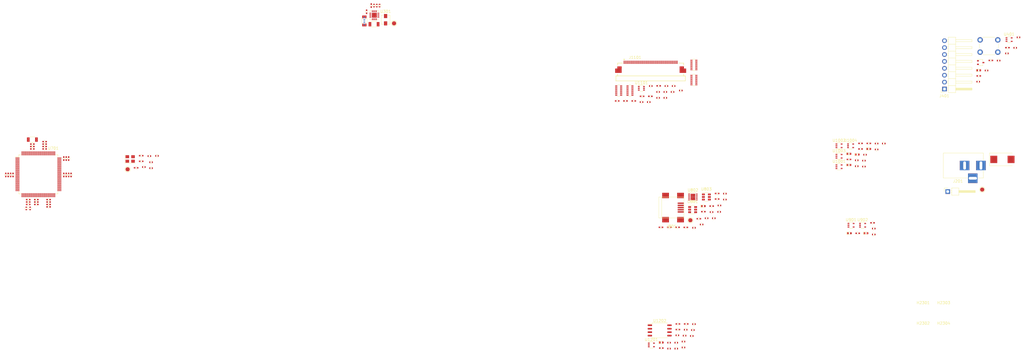
<source format=kicad_pcb>
(kicad_pcb (version 20171130) (host pcbnew "(5.1.4)-1")
  (layers (0 F.Cu signal) (31 B.Cu signal) (34 B.Paste user) (35 F.Paste user) (36 B.SilkS user) (37 F.SilkS user) (38 B.Mask user) (39 F.Mask user) (44 Edge.Cuts user))
  (net 0 "")
  (net 1 +12V)
  (net 2 GND)
  (net 3 "Net-(C302-Pad1)")
  (net 4 +3V3)
  (net 5 "Net-(C402-Pad1)")
  (net 6 "Net-(C501-Pad1)")
  (net 7 +3.3VA_MZ)
  (net 8 GNDA_MZ)
  (net 9 +5V_USB)
  (net 10 "Net-(C806-Pad1)")
  (net 11 "/USB UART Bridge/CONN_USB+")
  (net 12 "/USB UART Bridge/CONN_USB-")
  (net 13 "Net-(C809-Pad1)")
  (net 14 +3.3V_TFT)
  (net 15 "Net-(D401-Pad2)")
  (net 16 "Net-(D401-Pad1)")
  (net 17 "Net-(D801-Pad2)")
  (net 18 ~USB_ACTIVE)
  (net 19 "Net-(D901-Pad1)")
  (net 20 "Net-(D901-Pad2)")
  (net 21 "Net-(D902-Pad2)")
  (net 22 "Net-(D902-Pad1)")
  (net 23 "Net-(D1001-Pad1)")
  (net 24 "Net-(D1001-Pad2)")
  (net 25 "Net-(D1002-Pad1)")
  (net 26 "Net-(D1002-Pad2)")
  (net 27 "Net-(D1003-Pad2)")
  (net 28 "Net-(D1003-Pad1)")
  (net 29 "Net-(D1004-Pad2)")
  (net 30 "Net-(D1004-Pad1)")
  (net 31 "Net-(D1201-Pad1)")
  (net 32 "Net-(D1201-Pad2)")
  (net 33 "Net-(J401-Pad8)")
  (net 34 "Net-(J401-Pad7)")
  (net 35 "Net-(J401-Pad6)")
  (net 36 ICSPCLK)
  (net 37 ICSPDAT)
  (net 38 ~MCLR)
  (net 39 "Net-(J801-Pad1)")
  (net 40 "Net-(J801-Pad4)")
  (net 41 "Net-(J801-Pad6)")
  (net 42 "Net-(J1101-Pad40)")
  (net 43 "Net-(J1101-Pad32)")
  (net 44 TFT_IM0)
  (net 45 ~TFT_RES)
  (net 46 "Net-(J1101-Pad29)")
  (net 47 "Net-(J1101-Pad28)")
  (net 48 "Net-(J1101-Pad27)")
  (net 49 "Net-(J1101-Pad26)")
  (net 50 "Net-(J1101-Pad25)")
  (net 51 "Net-(J1101-Pad24)")
  (net 52 "Net-(J1101-Pad23)")
  (net 53 "Net-(J1101-Pad22)")
  (net 54 "Net-(J1101-Pad21)")
  (net 55 "Net-(J1101-Pad20)")
  (net 56 "Net-(J1101-Pad19)")
  (net 57 "Net-(J1101-Pad18)")
  (net 58 "Net-(J1101-Pad17)")
  (net 59 "Net-(J1101-Pad16)")
  (net 60 "Net-(J1101-Pad15)")
  (net 61 "Net-(J1101-Pad14)")
  (net 62 "Net-(J1101-Pad13)")
  (net 63 "Net-(J1101-Pad12)")
  (net 64 "Net-(J1101-Pad11)")
  (net 65 "Net-(J1101-Pad10)")
  (net 66 "Net-(J1101-Pad9)")
  (net 67 "Net-(J1101-Pad6)")
  (net 68 "Net-(J1101-Pad5)")
  (net 69 "Net-(J1101-Pad4)")
  (net 70 "Net-(J1101-Pad3)")
  (net 71 "Net-(J1101-Pad2)")
  (net 72 "Net-(L301-Pad1)")
  (net 73 "Net-(Q401-Pad1)")
  (net 74 "Net-(Q401-Pad3)")
  (net 75 POS3P3_PGOOD)
  (net 76 "Net-(R302-Pad2)")
  (net 77 "Net-(R304-Pad2)")
  (net 78 "Net-(R401-Pad1)")
  (net 79 PIC32MZ_REFCLK1)
  (net 80 PIC32MZ_POSC_Enable)
  (net 81 "Net-(R503-Pad1)")
  (net 82 PIC32MZ_POSC)
  (net 83 "Net-(R801-Pad2)")
  (net 84 "Net-(R802-Pad2)")
  (net 85 POS5_USB_PGOOD)
  (net 86 "/USB UART Bridge/BRIDGE_USB+")
  (net 87 "/USB UART Bridge/BRIDGE_USB-")
  (net 88 Heartbeat_LED)
  (net 89 Error_LED)
  (net 90 Reset_LED)
  (net 91 CPU_Trap_LED)
  (net 92 ~TFT_CS)
  (net 93 TFT_D_C)
  (net 94 ~TFT_WR)
  (net 95 ~TFT_RD)
  (net 96 TFT_Backlight)
  (net 97 FLASH_MOSI)
  (net 98 "Net-(R1202-Pad1)")
  (net 99 "Net-(R1203-Pad1)")
  (net 100 FLASH_SCK)
  (net 101 ~FLASH_CE1)
  (net 102 "Net-(R1204-Pad1)")
  (net 103 "Net-(R1205-Pad1)")
  (net 104 ~FLASH_WP1)
  (net 105 "Net-(R1210-Pad2)")
  (net 106 "Net-(R1211-Pad1)")
  (net 107 FLASH_MISO)
  (net 108 TFT_DB0)
  (net 109 TFT_DB7)
  (net 110 TFT_DB1)
  (net 111 TFT_DB2)
  (net 112 TFT_DB3)
  (net 113 TFT_DB4)
  (net 114 TFT_DB5)
  (net 115 TFT_DB6)
  (net 116 TFT_DB14)
  (net 117 TFT_DB13)
  (net 118 TFT_DB12)
  (net 119 TFT_DB11)
  (net 120 TFT_DB10)
  (net 121 TFT_DB9)
  (net 122 TFT_DB15)
  (net 123 TFT_DB8)
  (net 124 "Net-(U701-Pad1)")
  (net 125 "Net-(U701-Pad2)")
  (net 126 "Net-(U701-Pad6)")
  (net 127 "Net-(U701-Pad7)")
  (net 128 "Net-(U701-Pad10)")
  (net 129 "Net-(U701-Pad11)")
  (net 130 "Net-(U701-Pad12)")
  (net 131 "Net-(U701-Pad16)")
  (net 132 "Net-(U701-Pad17)")
  (net 133 "Net-(U701-Pad18)")
  (net 134 "Net-(U701-Pad19)")
  (net 135 "Net-(U701-Pad20)")
  (net 136 "Net-(U701-Pad21)")
  (net 137 "Net-(U701-Pad28)")
  (net 138 "Net-(U701-Pad29)")
  (net 139 "Net-(U701-Pad32)")
  (net 140 "Net-(U701-Pad33)")
  (net 141 "Net-(U701-Pad34)")
  (net 142 "Net-(U701-Pad35)")
  (net 143 "Net-(U701-Pad38)")
  (net 144 "Net-(U701-Pad40)")
  (net 145 USB_UART_TX)
  (net 146 USB_UART_RX)
  (net 147 "Net-(U701-Pad51)")
  (net 148 "Net-(U701-Pad54)")
  (net 149 "Net-(U701-Pad55)")
  (net 150 "Net-(U701-Pad56)")
  (net 151 "Net-(U701-Pad57)")
  (net 152 "Net-(U701-Pad58)")
  (net 153 "Net-(U701-Pad59)")
  (net 154 "Net-(U701-Pad60)")
  (net 155 "Net-(U701-Pad61)")
  (net 156 "Net-(U701-Pad69)")
  (net 157 "Net-(U701-Pad70)")
  (net 158 "Net-(U701-Pad71)")
  (net 159 "Net-(U701-Pad73)")
  (net 160 "Net-(U701-Pad76)")
  (net 161 "Net-(U701-Pad81)")
  (net 162 "Net-(U701-Pad82)")
  (net 163 "Net-(U701-Pad89)")
  (net 164 "Net-(U701-Pad90)")
  (net 165 "Net-(U701-Pad95)")
  (net 166 "Net-(U701-Pad96)")
  (net 167 "Net-(U701-Pad97)")
  (net 168 "Net-(U802-Pad2)")
  (net 169 "Net-(U802-Pad8)")
  (net 170 "Net-(U802-Pad11)")
  (net 171 "Net-(U1101-Pad6)")
  (module Capacitors_SMD:C_1206 (layer F.Cu) (at 87.9475 69.723)
    (fp_text reference C601 hide)
    (fp_text value 100uF)
    (pad 2 smd rect (at 1.5 0) (size 1 1.6) (layers F.Cu F.Paste F.Mask) (net 2 GND))
    (pad 1 smd rect (at -1.5 0) (size 1 1.6) (layers F.Cu F.Paste F.Mask) (net 4 +3V3))
  )
  (module MountingHole:MountingHole_3mm (layer F.Cu) (at 422.967 141.3445)
    (fp_text reference H2304 (at 0 -4) (layer F.SilkS))
    (fp_text value MountingHole)
    (pad 1 np_thru_hole circle (at 0 0) (size 3 3) (drill 3) (layers *.Cu *.Mask))
  )
  (module MountingHole:MountingHole_3mm (layer F.Cu) (at 422.967 133.7945)
    (fp_text reference H2303 (at 0 -4) (layer F.SilkS))
    (fp_text value MountingHole)
    (pad 1 np_thru_hole circle (at 0 0) (size 3 3) (drill 3) (layers *.Cu *.Mask))
  )
  (module MountingHole:MountingHole_3mm (layer F.Cu) (at 415.417 141.3445)
    (fp_text reference H2302 (at 0 -4) (layer F.SilkS))
    (fp_text value MountingHole)
    (pad 1 np_thru_hole circle (at 0 0) (size 3 3) (drill 3) (layers *.Cu *.Mask))
  )
  (module MountingHole:MountingHole_3mm (layer F.Cu) (at 415.417 133.7945)
    (fp_text reference H2301 (at 0 -4) (layer F.SilkS))
    (fp_text value MountingHole)
    (pad 1 np_thru_hole circle (at 0 0) (size 3 3) (drill 3) (layers *.Cu *.Mask))
  )
  (module Capacitors_Tantalum_SMD:CP_Tantalum_Case-X_EIA-7343-43_Reflow (layer F.Cu) (at 444.570501 77.010501)
    (fp_text reference C201 hide)
    (fp_text value 100uF)
    (pad 1 smd rect (at -3.175 0) (size 2.55 2.7) (layers F.Cu F.Paste F.Mask) (net 1 +12V))
    (pad 2 smd rect (at 3.175 0) (size 2.55 2.7) (layers F.Cu F.Paste F.Mask) (net 2 GND))
  )
  (module Capacitors_SMD:C_1206 (layer F.Cu) (at 209.9945 26.035 270)
    (fp_text reference C301 hide)
    (fp_text value 10uF)
    (pad 2 smd rect (at 1.5 0 270) (size 1 1.6) (layers F.Cu F.Paste F.Mask) (net 2 GND))
    (pad 1 smd rect (at -1.5 0 270) (size 1 1.6) (layers F.Cu F.Paste F.Mask) (net 1 +12V))
  )
  (module Capacitors_SMD:C_0402 (layer F.Cu) (at 212.5345 20.3835 90)
    (fp_text reference C302 hide)
    (fp_text value 10nF)
    (pad 1 smd rect (at -0.55 0 90) (size 0.6 0.5) (layers F.Cu F.Paste F.Mask) (net 3 "Net-(C302-Pad1)"))
    (pad 2 smd rect (at 0.55 0 90) (size 0.6 0.5) (layers F.Cu F.Paste F.Mask) (net 2 GND))
  )
  (module Capacitors_SMD:C_0402 (layer F.Cu) (at 210.82 22.6695 90)
    (fp_text reference C303 hide)
    (fp_text value 0.1uF)
    (pad 2 smd rect (at 0.55 0 90) (size 0.6 0.5) (layers F.Cu F.Paste F.Mask) (net 2 GND))
    (pad 1 smd rect (at -0.55 0 90) (size 0.6 0.5) (layers F.Cu F.Paste F.Mask) (net 1 +12V))
  )
  (module Capacitors_SMD:C_1206 (layer F.Cu) (at 213.5505 27.2415 180)
    (fp_text reference C304 hide)
    (fp_text value 100uF)
    (pad 1 smd rect (at -1.5 0 180) (size 1 1.6) (layers F.Cu F.Paste F.Mask) (net 4 +3V3))
    (pad 2 smd rect (at 1.5 0 180) (size 1 1.6) (layers F.Cu F.Paste F.Mask) (net 2 GND))
  )
  (module Capacitors_SMD:C_0402 (layer F.Cu) (at 435.874501 46.276001)
    (fp_text reference C401 hide)
    (fp_text value 0.1uF)
    (pad 2 smd rect (at 0.55 0) (size 0.6 0.5) (layers F.Cu F.Paste F.Mask) (net 2 GND))
    (pad 1 smd rect (at -0.55 0) (size 0.6 0.5) (layers F.Cu F.Paste F.Mask) (net 4 +3V3))
  )
  (module Capacitors_SMD:C_0402 (layer F.Cu) (at 446.424501 35.876001)
    (fp_text reference C402 hide)
    (fp_text value 0.1uF)
    (pad 2 smd rect (at 0.55 0) (size 0.6 0.5) (layers F.Cu F.Paste F.Mask) (net 2 GND))
    (pad 1 smd rect (at -0.55 0) (size 0.6 0.5) (layers F.Cu F.Paste F.Mask) (net 5 "Net-(C402-Pad1)"))
  )
  (module Capacitors_SMD:C_0402 (layer F.Cu) (at 440.324501 40.576001)
    (fp_text reference C403 hide)
    (fp_text value 0.1uF)
    (pad 2 smd rect (at 0.55 0) (size 0.6 0.5) (layers F.Cu F.Paste F.Mask) (net 2 GND))
    (pad 1 smd rect (at -0.55 0) (size 0.6 0.5) (layers F.Cu F.Paste F.Mask) (net 4 +3V3))
  )
  (module Capacitors_SMD:C_0402 (layer F.Cu) (at 127.958001 75.651501)
    (fp_text reference C501 hide)
    (fp_text value 0.1uF)
    (pad 1 smd rect (at -0.55 0) (size 0.6 0.5) (layers F.Cu F.Paste F.Mask) (net 6 "Net-(C501-Pad1)"))
    (pad 2 smd rect (at 0.55 0) (size 0.6 0.5) (layers F.Cu F.Paste F.Mask) (net 2 GND))
  )
  (module Capacitors_SMD:C_0402 (layer F.Cu) (at 127.958001 77.711501)
    (fp_text reference C502 hide)
    (fp_text value 10nF)
    (pad 1 smd rect (at -0.55 0) (size 0.6 0.5) (layers F.Cu F.Paste F.Mask) (net 6 "Net-(C501-Pad1)"))
    (pad 2 smd rect (at 0.55 0) (size 0.6 0.5) (layers F.Cu F.Paste F.Mask) (net 2 GND))
  )
  (module Capacitors_SMD:C_0402 (layer F.Cu) (at 126.088001 80.101501)
    (fp_text reference C503 hide)
    (fp_text value 1nF)
    (pad 2 smd rect (at 0.55 0) (size 0.6 0.5) (layers F.Cu F.Paste F.Mask) (net 2 GND))
    (pad 1 smd rect (at -0.55 0) (size 0.6 0.5) (layers F.Cu F.Paste F.Mask) (net 6 "Net-(C501-Pad1)"))
  )
  (module Capacitors_SMD:C_0402 (layer F.Cu) (at 79.0575 82.7405 90)
    (fp_text reference C602 hide)
    (fp_text value 0.1uF)
    (pad 1 smd rect (at -0.55 0 90) (size 0.6 0.5) (layers F.Cu F.Paste F.Mask) (net 4 +3V3))
    (pad 2 smd rect (at 0.55 0 90) (size 0.6 0.5) (layers F.Cu F.Paste F.Mask) (net 2 GND))
  )
  (module Capacitors_SMD:C_0402 (layer F.Cu) (at 87.9475 71.374)
    (fp_text reference C603 hide)
    (fp_text value 0.1uF)
    (pad 1 smd rect (at -0.55 0) (size 0.6 0.5) (layers F.Cu F.Paste F.Mask) (net 4 +3V3))
    (pad 2 smd rect (at 0.55 0) (size 0.6 0.5) (layers F.Cu F.Paste F.Mask) (net 2 GND))
  )
  (module Capacitors_SMD:C_0402 (layer F.Cu) (at 78.1685 82.7405 90)
    (fp_text reference C604 hide)
    (fp_text value 10uF)
    (pad 1 smd rect (at -0.55 0 90) (size 0.6 0.5) (layers F.Cu F.Paste F.Mask) (net 4 +3V3))
    (pad 2 smd rect (at 0.55 0 90) (size 0.6 0.5) (layers F.Cu F.Paste F.Mask) (net 2 GND))
  )
  (module Capacitors_SMD:C_0402 (layer F.Cu) (at 79.9465 82.7405 90)
    (fp_text reference C605 hide)
    (fp_text value 10nF)
    (pad 2 smd rect (at 0.55 0 90) (size 0.6 0.5) (layers F.Cu F.Paste F.Mask) (net 2 GND))
    (pad 1 smd rect (at -0.55 0 90) (size 0.6 0.5) (layers F.Cu F.Paste F.Mask) (net 4 +3V3))
  )
  (module Capacitors_SMD:C_0402 (layer F.Cu) (at 87.9475 72.263)
    (fp_text reference C606 hide)
    (fp_text value 10nF)
    (pad 1 smd rect (at -0.55 0) (size 0.6 0.5) (layers F.Cu F.Paste F.Mask) (net 4 +3V3))
    (pad 2 smd rect (at 0.55 0) (size 0.6 0.5) (layers F.Cu F.Paste F.Mask) (net 2 GND))
  )
  (module Capacitors_SMD:C_0402 (layer F.Cu) (at 80.8355 82.7405 90)
    (fp_text reference C607 hide)
    (fp_text value 1nF)
    (pad 1 smd rect (at -0.55 0 90) (size 0.6 0.5) (layers F.Cu F.Paste F.Mask) (net 4 +3V3))
    (pad 2 smd rect (at 0.55 0 90) (size 0.6 0.5) (layers F.Cu F.Paste F.Mask) (net 2 GND))
  )
  (module Capacitors_SMD:C_0402 (layer F.Cu) (at 87.9475 73.152)
    (fp_text reference C608 hide)
    (fp_text value 1nF)
    (pad 2 smd rect (at 0.55 0) (size 0.6 0.5) (layers F.Cu F.Paste F.Mask) (net 2 GND))
    (pad 1 smd rect (at -0.55 0) (size 0.6 0.5) (layers F.Cu F.Paste F.Mask) (net 4 +3V3))
  )
  (module Capacitors_SMD:C_0402 (layer F.Cu) (at 92.456 71.374 180)
    (fp_text reference C609 hide)
    (fp_text value 0.1uF)
    (pad 1 smd rect (at -0.55 0 180) (size 0.6 0.5) (layers F.Cu F.Paste F.Mask) (net 4 +3V3))
    (pad 2 smd rect (at 0.55 0 180) (size 0.6 0.5) (layers F.Cu F.Paste F.Mask) (net 2 GND))
  )
  (module Capacitors_SMD:C_0402 (layer F.Cu) (at 101.2825 76.708 90)
    (fp_text reference C610 hide)
    (fp_text value 0.1uF)
    (pad 2 smd rect (at 0.55 0 90) (size 0.6 0.5) (layers F.Cu F.Paste F.Mask) (net 2 GND))
    (pad 1 smd rect (at -0.55 0 90) (size 0.6 0.5) (layers F.Cu F.Paste F.Mask) (net 4 +3V3))
  )
  (module Capacitors_SMD:C_0402 (layer F.Cu) (at 92.456 70.485 180)
    (fp_text reference C611 hide)
    (fp_text value 10uF)
    (pad 2 smd rect (at 0.55 0 180) (size 0.6 0.5) (layers F.Cu F.Paste F.Mask) (net 2 GND))
    (pad 1 smd rect (at -0.55 0 180) (size 0.6 0.5) (layers F.Cu F.Paste F.Mask) (net 4 +3V3))
  )
  (module Capacitors_SMD:C_0402 (layer F.Cu) (at 92.456 72.263 180)
    (fp_text reference C612 hide)
    (fp_text value 10nF)
    (pad 1 smd rect (at -0.55 0 180) (size 0.6 0.5) (layers F.Cu F.Paste F.Mask) (net 4 +3V3))
    (pad 2 smd rect (at 0.55 0 180) (size 0.6 0.5) (layers F.Cu F.Paste F.Mask) (net 2 GND))
  )
  (module Capacitors_SMD:C_0402 (layer F.Cu) (at 100.3935 76.708 90)
    (fp_text reference C613 hide)
    (fp_text value 10nF)
    (pad 1 smd rect (at -0.55 0 90) (size 0.6 0.5) (layers F.Cu F.Paste F.Mask) (net 4 +3V3))
    (pad 2 smd rect (at 0.55 0 90) (size 0.6 0.5) (layers F.Cu F.Paste F.Mask) (net 2 GND))
  )
  (module Capacitors_SMD:C_0402 (layer F.Cu) (at 92.456 73.152 180)
    (fp_text reference C614 hide)
    (fp_text value 1nF)
    (pad 2 smd rect (at 0.55 0 180) (size 0.6 0.5) (layers F.Cu F.Paste F.Mask) (net 2 GND))
    (pad 1 smd rect (at -0.55 0 180) (size 0.6 0.5) (layers F.Cu F.Paste F.Mask) (net 4 +3V3))
  )
  (module Capacitors_SMD:C_0402 (layer F.Cu) (at 99.5045 76.708 90)
    (fp_text reference C615 hide)
    (fp_text value 1nF)
    (pad 2 smd rect (at 0.55 0 90) (size 0.6 0.5) (layers F.Cu F.Paste F.Mask) (net 2 GND))
    (pad 1 smd rect (at -0.55 0 90) (size 0.6 0.5) (layers F.Cu F.Paste F.Mask) (net 4 +3V3))
  )
  (module Capacitors_SMD:C_0402 (layer F.Cu) (at 101.2825 82.7405 90)
    (fp_text reference C616 hide)
    (fp_text value 0.1uF)
    (pad 2 smd rect (at 0.55 0 90) (size 0.6 0.5) (layers F.Cu F.Paste F.Mask) (net 2 GND))
    (pad 1 smd rect (at -0.55 0 90) (size 0.6 0.5) (layers F.Cu F.Paste F.Mask) (net 4 +3V3))
  )
  (module Capacitors_SMD:C_0402 (layer F.Cu) (at 89.408 93.599 180)
    (fp_text reference C617 hide)
    (fp_text value 0.1uF)
    (pad 2 smd rect (at 0.55 0 180) (size 0.6 0.5) (layers F.Cu F.Paste F.Mask) (net 2 GND))
    (pad 1 smd rect (at -0.55 0 180) (size 0.6 0.5) (layers F.Cu F.Paste F.Mask) (net 4 +3V3))
  )
  (module Capacitors_SMD:C_0402 (layer F.Cu) (at 102.1715 82.7405 90)
    (fp_text reference C618 hide)
    (fp_text value 10uF)
    (pad 2 smd rect (at 0.55 0 90) (size 0.6 0.5) (layers F.Cu F.Paste F.Mask) (net 2 GND))
    (pad 1 smd rect (at -0.55 0 90) (size 0.6 0.5) (layers F.Cu F.Paste F.Mask) (net 4 +3V3))
  )
  (module Capacitors_SMD:C_0402 (layer F.Cu) (at 100.3935 82.7405 90)
    (fp_text reference C619 hide)
    (fp_text value 10nF)
    (pad 2 smd rect (at 0.55 0 90) (size 0.6 0.5) (layers F.Cu F.Paste F.Mask) (net 2 GND))
    (pad 1 smd rect (at -0.55 0 90) (size 0.6 0.5) (layers F.Cu F.Paste F.Mask) (net 4 +3V3))
  )
  (module Capacitors_SMD:C_0402 (layer F.Cu) (at 89.408 92.71 180)
    (fp_text reference C620 hide)
    (fp_text value 10nF)
    (pad 1 smd rect (at -0.55 0 180) (size 0.6 0.5) (layers F.Cu F.Paste F.Mask) (net 4 +3V3))
    (pad 2 smd rect (at 0.55 0 180) (size 0.6 0.5) (layers F.Cu F.Paste F.Mask) (net 2 GND))
  )
  (module Capacitors_SMD:C_0402 (layer F.Cu) (at 99.5045 82.7405 90)
    (fp_text reference C621 hide)
    (fp_text value 1nF)
    (pad 2 smd rect (at 0.55 0 90) (size 0.6 0.5) (layers F.Cu F.Paste F.Mask) (net 2 GND))
    (pad 1 smd rect (at -0.55 0 90) (size 0.6 0.5) (layers F.Cu F.Paste F.Mask) (net 4 +3V3))
  )
  (module Capacitors_SMD:C_0402 (layer F.Cu) (at 89.408 91.821 180)
    (fp_text reference C622 hide)
    (fp_text value 1nF)
    (pad 1 smd rect (at -0.55 0 180) (size 0.6 0.5) (layers F.Cu F.Paste F.Mask) (net 4 +3V3))
    (pad 2 smd rect (at 0.55 0 180) (size 0.6 0.5) (layers F.Cu F.Paste F.Mask) (net 2 GND))
  )
  (module Capacitors_SMD:C_0402 (layer F.Cu) (at 93.9165 93.599 180)
    (fp_text reference C623 hide)
    (fp_text value 0.1uF)
    (pad 2 smd rect (at 0.55 0 180) (size 0.6 0.5) (layers F.Cu F.Paste F.Mask) (net 2 GND))
    (pad 1 smd rect (at -0.55 0 180) (size 0.6 0.5) (layers F.Cu F.Paste F.Mask) (net 4 +3V3))
  )
  (module Capacitors_SMD:C_0402 (layer F.Cu) (at 86.4235 93.599)
    (fp_text reference C624 hide)
    (fp_text value 0.1uF)
    (pad 1 smd rect (at -0.55 0) (size 0.6 0.5) (layers F.Cu F.Paste F.Mask) (net 7 +3.3VA_MZ))
    (pad 2 smd rect (at 0.55 0) (size 0.6 0.5) (layers F.Cu F.Paste F.Mask) (net 8 GNDA_MZ))
  )
  (module Capacitors_SMD:C_0402 (layer F.Cu) (at 93.9165 94.488 180)
    (fp_text reference C625 hide)
    (fp_text value 10uF)
    (pad 1 smd rect (at -0.55 0 180) (size 0.6 0.5) (layers F.Cu F.Paste F.Mask) (net 4 +3V3))
    (pad 2 smd rect (at 0.55 0 180) (size 0.6 0.5) (layers F.Cu F.Paste F.Mask) (net 2 GND))
  )
  (module Capacitors_SMD:C_0402 (layer F.Cu) (at 93.9165 92.71 180)
    (fp_text reference C626 hide)
    (fp_text value 10nF)
    (pad 2 smd rect (at 0.55 0 180) (size 0.6 0.5) (layers F.Cu F.Paste F.Mask) (net 2 GND))
    (pad 1 smd rect (at -0.55 0 180) (size 0.6 0.5) (layers F.Cu F.Paste F.Mask) (net 4 +3V3))
  )
  (module Capacitors_SMD:C_0402 (layer F.Cu) (at 86.4235 92.71)
    (fp_text reference C627 hide)
    (fp_text value 10nF)
    (pad 2 smd rect (at 0.55 0) (size 0.6 0.5) (layers F.Cu F.Paste F.Mask) (net 8 GNDA_MZ))
    (pad 1 smd rect (at -0.55 0) (size 0.6 0.5) (layers F.Cu F.Paste F.Mask) (net 7 +3.3VA_MZ))
  )
  (module Capacitors_SMD:C_0402 (layer F.Cu) (at 93.9165 91.821 180)
    (fp_text reference C628 hide)
    (fp_text value 1nF)
    (pad 2 smd rect (at 0.55 0 180) (size 0.6 0.5) (layers F.Cu F.Paste F.Mask) (net 2 GND))
    (pad 1 smd rect (at -0.55 0 180) (size 0.6 0.5) (layers F.Cu F.Paste F.Mask) (net 4 +3V3))
  )
  (module Capacitors_SMD:C_0402 (layer F.Cu) (at 86.4235 91.821)
    (fp_text reference C629 hide)
    (fp_text value 1nF)
    (pad 2 smd rect (at 0.55 0) (size 0.6 0.5) (layers F.Cu F.Paste F.Mask) (net 8 GNDA_MZ))
    (pad 1 smd rect (at -0.55 0) (size 0.6 0.5) (layers F.Cu F.Paste F.Mask) (net 7 +3.3VA_MZ))
  )
  (module Capacitors_SMD:C_0402 (layer F.Cu) (at 337.684001 94.207001)
    (fp_text reference C801 hide)
    (fp_text value 0.1uF)
    (pad 1 smd rect (at -0.55 0) (size 0.6 0.5) (layers F.Cu F.Paste F.Mask) (net 4 +3V3))
    (pad 2 smd rect (at 0.55 0) (size 0.6 0.5) (layers F.Cu F.Paste F.Mask) (net 2 GND))
  )
  (module Capacitors_SMD:C_0402 (layer F.Cu) (at 332.964001 98.857001)
    (fp_text reference C802 hide)
    (fp_text value 0.1uF)
    (pad 1 smd rect (at -0.55 0) (size 0.6 0.5) (layers F.Cu F.Paste F.Mask) (net 4 +3V3))
    (pad 2 smd rect (at 0.55 0) (size 0.6 0.5) (layers F.Cu F.Paste F.Mask) (net 2 GND))
  )
  (module Capacitors_SMD:C_0402 (layer F.Cu) (at 334.634001 96.257001)
    (fp_text reference C803 hide)
    (fp_text value 0.1uF)
    (pad 1 smd rect (at -0.55 0) (size 0.6 0.5) (layers F.Cu F.Paste F.Mask) (net 9 +5V_USB))
    (pad 2 smd rect (at 0.55 0) (size 0.6 0.5) (layers F.Cu F.Paste F.Mask) (net 2 GND))
  )
  (module Capacitors_SMD:C_0402 (layer F.Cu) (at 322.084001 102.007001)
    (fp_text reference C804 hide)
    (fp_text value 4.7uF)
    (pad 1 smd rect (at -0.55 0) (size 0.6 0.5) (layers F.Cu F.Paste F.Mask) (net 9 +5V_USB))
    (pad 2 smd rect (at 0.55 0) (size 0.6 0.5) (layers F.Cu F.Paste F.Mask) (net 2 GND))
  )
  (module Capacitors_SMD:C_0402 (layer F.Cu) (at 339.684001 91.617001)
    (fp_text reference C805 hide)
    (fp_text value 0.1uF)
    (pad 2 smd rect (at 0.55 0) (size 0.6 0.5) (layers F.Cu F.Paste F.Mask) (net 2 GND))
    (pad 1 smd rect (at -0.55 0) (size 0.6 0.5) (layers F.Cu F.Paste F.Mask) (net 9 +5V_USB))
  )
  (module Capacitors_SMD:C_0402 (layer F.Cu) (at 328.184001 102.037001)
    (fp_text reference C806 hide)
    (fp_text value 0.1uF)
    (pad 2 smd rect (at 0.55 0) (size 0.6 0.5) (layers F.Cu F.Paste F.Mask) (net 2 GND))
    (pad 1 smd rect (at -0.55 0) (size 0.6 0.5) (layers F.Cu F.Paste F.Mask) (net 10 "Net-(C806-Pad1)"))
  )
  (module Capacitors_SMD:C_0402 (layer F.Cu) (at 339.684001 89.557001)
    (fp_text reference C807 hide)
    (fp_text value 47pF)
    (pad 1 smd rect (at -0.55 0) (size 0.6 0.5) (layers F.Cu F.Paste F.Mask) (net 11 "/USB UART Bridge/CONN_USB+"))
    (pad 2 smd rect (at 0.55 0) (size 0.6 0.5) (layers F.Cu F.Paste F.Mask) (net 2 GND))
  )
  (module Capacitors_SMD:C_0402 (layer F.Cu) (at 319.034001 102.007001)
    (fp_text reference C808 hide)
    (fp_text value 47pF)
    (pad 2 smd rect (at 0.55 0) (size 0.6 0.5) (layers F.Cu F.Paste F.Mask) (net 2 GND))
    (pad 1 smd rect (at -0.55 0) (size 0.6 0.5) (layers F.Cu F.Paste F.Mask) (net 12 "/USB UART Bridge/CONN_USB-"))
  )
  (module Capacitors_SMD:C_0402 (layer F.Cu) (at 325.134001 102.007001)
    (fp_text reference C809 hide)
    (fp_text value 0.1uF)
    (pad 1 smd rect (at -0.55 0) (size 0.6 0.5) (layers F.Cu F.Paste F.Mask) (net 13 "Net-(C809-Pad1)"))
    (pad 2 smd rect (at 0.55 0) (size 0.6 0.5) (layers F.Cu F.Paste F.Mask) (net 2 GND))
  )
  (module Capacitors_SMD:C_0402 (layer F.Cu) (at 391.371001 104.209501)
    (fp_text reference C901 hide)
    (fp_text value 0.1uF)
    (pad 1 smd rect (at -0.55 0) (size 0.6 0.5) (layers F.Cu F.Paste F.Mask) (net 4 +3V3))
    (pad 2 smd rect (at 0.55 0) (size 0.6 0.5) (layers F.Cu F.Paste F.Mask) (net 2 GND))
  )
  (module Capacitors_SMD:C_0402 (layer F.Cu) (at 396.821001 100.359501)
    (fp_text reference C902 hide)
    (fp_text value 0.1uF)
    (pad 2 smd rect (at 0.55 0) (size 0.6 0.5) (layers F.Cu F.Paste F.Mask) (net 2 GND))
    (pad 1 smd rect (at -0.55 0) (size 0.6 0.5) (layers F.Cu F.Paste F.Mask) (net 4 +3V3))
  )
  (module Capacitors_SMD:C_0402 (layer F.Cu) (at 392.407501 71.112501)
    (fp_text reference C1001 hide)
    (fp_text value 0.1uF)
    (pad 1 smd rect (at -0.55 0) (size 0.6 0.5) (layers F.Cu F.Paste F.Mask) (net 4 +3V3))
    (pad 2 smd rect (at 0.55 0) (size 0.6 0.5) (layers F.Cu F.Paste F.Mask) (net 2 GND))
  )
  (module Capacitors_SMD:C_0402 (layer F.Cu) (at 392.407501 73.172501)
    (fp_text reference C1002 hide)
    (fp_text value 0.1uF)
    (pad 2 smd rect (at 0.55 0) (size 0.6 0.5) (layers F.Cu F.Paste F.Mask) (net 2 GND))
    (pad 1 smd rect (at -0.55 0) (size 0.6 0.5) (layers F.Cu F.Paste F.Mask) (net 4 +3V3))
  )
  (module Capacitors_SMD:C_0402 (layer F.Cu) (at 388.157501 77.012501)
    (fp_text reference C1003 hide)
    (fp_text value 0.1uF)
    (pad 1 smd rect (at -0.55 0) (size 0.6 0.5) (layers F.Cu F.Paste F.Mask) (net 4 +3V3))
    (pad 2 smd rect (at 0.55 0) (size 0.6 0.5) (layers F.Cu F.Paste F.Mask) (net 2 GND))
  )
  (module Capacitors_SMD:C_0402 (layer F.Cu) (at 395.457501 71.112501)
    (fp_text reference C1004 hide)
    (fp_text value 0.1uF)
    (pad 1 smd rect (at -0.55 0) (size 0.6 0.5) (layers F.Cu F.Paste F.Mask) (net 4 +3V3))
    (pad 2 smd rect (at 0.55 0) (size 0.6 0.5) (layers F.Cu F.Paste F.Mask) (net 2 GND))
  )
  (module Capacitors_SMD:C_0402 (layer F.Cu) (at 318.195001 49.937001)
    (fp_text reference C1101 hide)
    (fp_text value 10uF)
    (pad 1 smd rect (at -0.55 0) (size 0.6 0.5) (layers F.Cu F.Paste F.Mask) (net 4 +3V3))
    (pad 2 smd rect (at 0.55 0) (size 0.6 0.5) (layers F.Cu F.Paste F.Mask) (net 2 GND))
  )
  (module Capacitors_SMD:C_0402 (layer F.Cu) (at 315.145001 53.787001)
    (fp_text reference C1102 hide)
    (fp_text value 0.1uF)
    (pad 2 smd rect (at 0.55 0) (size 0.6 0.5) (layers F.Cu F.Paste F.Mask) (net 2 GND))
    (pad 1 smd rect (at -0.55 0) (size 0.6 0.5) (layers F.Cu F.Paste F.Mask) (net 4 +3V3))
  )
  (module Capacitors_SMD:C_0402 (layer F.Cu) (at 312.095001 53.787001)
    (fp_text reference C1103 hide)
    (fp_text value 0.1uF)
    (pad 1 smd rect (at -0.55 0) (size 0.6 0.5) (layers F.Cu F.Paste F.Mask) (net 14 +3.3V_TFT))
    (pad 2 smd rect (at 0.55 0) (size 0.6 0.5) (layers F.Cu F.Paste F.Mask) (net 2 GND))
  )
  (module Capacitors_SMD:C_0402 (layer F.Cu) (at 309.045001 55.487001)
    (fp_text reference C1104 hide)
    (fp_text value 10nF)
    (pad 1 smd rect (at -0.55 0) (size 0.6 0.5) (layers F.Cu F.Paste F.Mask) (net 4 +3V3))
    (pad 2 smd rect (at 0.55 0) (size 0.6 0.5) (layers F.Cu F.Paste F.Mask) (net 2 GND))
  )
  (module Capacitors_SMD:C_0402 (layer F.Cu) (at 305.995001 55.487001)
    (fp_text reference C1105 hide)
    (fp_text value 1nF)
    (pad 1 smd rect (at -0.55 0) (size 0.6 0.5) (layers F.Cu F.Paste F.Mask) (net 4 +3V3))
    (pad 2 smd rect (at 0.55 0) (size 0.6 0.5) (layers F.Cu F.Paste F.Mask) (net 2 GND))
  )
  (module Capacitors_SMD:C_0402 (layer F.Cu) (at 302.945001 55.487001)
    (fp_text reference C1106 hide)
    (fp_text value 10uF)
    (pad 2 smd rect (at 0.55 0) (size 0.6 0.5) (layers F.Cu F.Paste F.Mask) (net 2 GND))
    (pad 1 smd rect (at -0.55 0) (size 0.6 0.5) (layers F.Cu F.Paste F.Mask) (net 4 +3V3))
  )
  (module Capacitors_SMD:C_0402 (layer F.Cu) (at 319.168001 146.477001)
    (fp_text reference C1201 hide)
    (fp_text value 0.1uF)
    (pad 1 smd rect (at -0.55 0) (size 0.6 0.5) (layers F.Cu F.Paste F.Mask) (net 4 +3V3))
    (pad 2 smd rect (at 0.55 0) (size 0.6 0.5) (layers F.Cu F.Paste F.Mask) (net 2 GND))
  )
  (module Capacitors_SMD:C_0402 (layer F.Cu) (at 328.318001 137.597001)
    (fp_text reference C1202 hide)
    (fp_text value 0.1uF)
    (pad 2 smd rect (at 0.55 0) (size 0.6 0.5) (layers F.Cu F.Paste F.Mask) (net 2 GND))
    (pad 1 smd rect (at -0.55 0) (size 0.6 0.5) (layers F.Cu F.Paste F.Mask) (net 4 +3V3))
  )
  (module Capacitors_SMD:C_0402 (layer F.Cu) (at 325.268001 137.597001)
    (fp_text reference C1203 hide)
    (fp_text value 10nF)
    (pad 2 smd rect (at 0.55 0) (size 0.6 0.5) (layers F.Cu F.Paste F.Mask) (net 2 GND))
    (pad 1 smd rect (at -0.55 0) (size 0.6 0.5) (layers F.Cu F.Paste F.Mask) (net 4 +3V3))
  )
  (module Capacitors_SMD:C_0402 (layer F.Cu) (at 325.268001 139.657001)
    (fp_text reference C1204 hide)
    (fp_text value 1nF)
    (pad 1 smd rect (at -0.55 0) (size 0.6 0.5) (layers F.Cu F.Paste F.Mask) (net 4 +3V3))
    (pad 2 smd rect (at 0.55 0) (size 0.6 0.5) (layers F.Cu F.Paste F.Mask) (net 2 GND))
  )
  (module LEDs:LED_0402 (layer F.Cu) (at 435.874501 44.221001)
    (fp_text reference D401 hide)
    (fp_text value Green)
    (pad 2 smd rect (at 0.55 0 180) (size 0.6 0.7) (layers F.Cu F.Paste F.Mask) (net 15 "Net-(D401-Pad2)"))
    (pad 1 smd rect (at -0.55 0 180) (size 0.6 0.7) (layers F.Cu F.Paste F.Mask) (net 16 "Net-(D401-Pad1)"))
  )
  (module LEDs:LED_0402 (layer F.Cu) (at 334.634001 94.202001)
    (fp_text reference D801 hide)
    (fp_text value Yellow)
    (pad 2 smd rect (at 0.55 0 180) (size 0.6 0.7) (layers F.Cu F.Paste F.Mask) (net 17 "Net-(D801-Pad2)"))
    (pad 1 smd rect (at -0.55 0 180) (size 0.6 0.7) (layers F.Cu F.Paste F.Mask) (net 18 ~USB_ACTIVE))
  )
  (module LEDs:LED_0402 (layer F.Cu) (at 394.421001 104.204501)
    (fp_text reference D901 hide)
    (fp_text value Green)
    (pad 1 smd rect (at -0.55 0 180) (size 0.6 0.7) (layers F.Cu F.Paste F.Mask) (net 19 "Net-(D901-Pad1)"))
    (pad 2 smd rect (at 0.55 0 180) (size 0.6 0.7) (layers F.Cu F.Paste F.Mask) (net 20 "Net-(D901-Pad2)"))
  )
  (module LEDs:LED_0402 (layer F.Cu) (at 388.321001 104.204501)
    (fp_text reference D902 hide)
    (fp_text value Green)
    (pad 2 smd rect (at 0.55 0 180) (size 0.6 0.7) (layers F.Cu F.Paste F.Mask) (net 21 "Net-(D902-Pad2)"))
    (pad 1 smd rect (at -0.55 0 180) (size 0.6 0.7) (layers F.Cu F.Paste F.Mask) (net 22 "Net-(D902-Pad1)"))
  )
  (module LEDs:LED_0402 (layer F.Cu) (at 395.457501 73.167501)
    (fp_text reference D1001 hide)
    (fp_text value Green)
    (pad 1 smd rect (at -0.55 0 180) (size 0.6 0.7) (layers F.Cu F.Paste F.Mask) (net 23 "Net-(D1001-Pad1)"))
    (pad 2 smd rect (at 0.55 0 180) (size 0.6 0.7) (layers F.Cu F.Paste F.Mask) (net 24 "Net-(D1001-Pad2)"))
  )
  (module LEDs:LED_0402 (layer F.Cu) (at 388.157501 74.957501)
    (fp_text reference D1002 hide)
    (fp_text value Red)
    (pad 1 smd rect (at -0.55 0 180) (size 0.6 0.7) (layers F.Cu F.Paste F.Mask) (net 25 "Net-(D1002-Pad1)"))
    (pad 2 smd rect (at 0.55 0 180) (size 0.6 0.7) (layers F.Cu F.Paste F.Mask) (net 26 "Net-(D1002-Pad2)"))
  )
  (module LEDs:LED_0402 (layer F.Cu) (at 388.157501 79.067501)
    (fp_text reference D1003 hide)
    (fp_text value Red)
    (pad 2 smd rect (at 0.55 0 180) (size 0.6 0.7) (layers F.Cu F.Paste F.Mask) (net 27 "Net-(D1003-Pad2)"))
    (pad 1 smd rect (at -0.55 0 180) (size 0.6 0.7) (layers F.Cu F.Paste F.Mask) (net 28 "Net-(D1003-Pad1)"))
  )
  (module LEDs:LED_0402 (layer F.Cu) (at 391.207501 75.227501)
    (fp_text reference D1004 hide)
    (fp_text value Red)
    (pad 2 smd rect (at 0.55 0 180) (size 0.6 0.7) (layers F.Cu F.Paste F.Mask) (net 29 "Net-(D1004-Pad2)"))
    (pad 1 smd rect (at -0.55 0 180) (size 0.6 0.7) (layers F.Cu F.Paste F.Mask) (net 30 "Net-(D1004-Pad1)"))
  )
  (module LEDs:LED_0402 (layer F.Cu) (at 319.168001 144.422001)
    (fp_text reference D1201 hide)
    (fp_text value Green)
    (pad 1 smd rect (at -0.55 0 180) (size 0.6 0.7) (layers F.Cu F.Paste F.Mask) (net 31 "Net-(D1201-Pad1)"))
    (pad 2 smd rect (at 0.55 0 180) (size 0.6 0.7) (layers F.Cu F.Paste F.Mask) (net 32 "Net-(D1201-Pad2)"))
  )
  (module Connectors:BARREL_JACK (layer F.Cu) (at 436.670501 79.260501)
    (fp_text reference J201 (at -8.45 5.75 180) (layer F.SilkS))
    (fp_text value "+12V IN")
    (pad 1 thru_hole rect (at 0 0) (size 3.5 3.5) (drill oval 1 3) (layers *.Cu *.Mask) (net 1 +12V))
    (pad 2 thru_hole rect (at -6 0) (size 3.5 3.5) (drill oval 1 3) (layers *.Cu *.Mask) (net 2 GND))
    (pad 3 thru_hole rect (at -3 4.7) (size 3.5 3.5) (drill oval 3 1) (layers *.Cu *.Mask) (net 2 GND))
  )
  (module "Custom Footprints Library:PICKIT4_Header" (layer F.Cu) (at 423.274501 51.101001)
    (fp_text reference J401 (at -0.0508 2.54) (layer F.SilkS))
    (fp_text value PICKIT4)
    (pad 8 thru_hole circle (at 0 -17.78) (size 1.7 1.7) (drill 1) (layers *.Cu *.Mask) (net 33 "Net-(J401-Pad8)"))
    (pad 7 thru_hole oval (at 0 -15.24) (size 1.7 1.7) (drill 1) (layers *.Cu *.Mask) (net 34 "Net-(J401-Pad7)"))
    (pad 6 thru_hole oval (at 0 -12.7) (size 1.7 1.7) (drill 1) (layers *.Cu *.Mask) (net 35 "Net-(J401-Pad6)"))
    (pad 5 thru_hole oval (at 0 -10.16) (size 1.7 1.7) (drill 1) (layers *.Cu *.Mask) (net 36 ICSPCLK))
    (pad 4 thru_hole oval (at 0 -7.62) (size 1.7 1.7) (drill 1) (layers *.Cu *.Mask) (net 37 ICSPDAT))
    (pad 3 thru_hole oval (at 0 -5.08) (size 1.7 1.7) (drill 1) (layers *.Cu *.Mask) (net 2 GND))
    (pad 2 thru_hole oval (at 0 -2.54) (size 1.7 1.7) (drill 1) (layers *.Cu *.Mask) (net 4 +3V3))
    (pad 1 thru_hole rect (at 0 0) (size 1.7 1.7) (drill 1) (layers *.Cu *.Mask) (net 38 ~MCLR))
  )
  (module Connectors:USB_Mini-B (layer F.Cu) (at 323.534001 94.752001)
    (fp_text reference J801 (at -0.65 6.9) (layer F.SilkS))
    (fp_text value USB_B_Mini)
    (pad 1 smd rect (at 2.8 -1.6) (size 2.3 0.5) (layers F.Cu F.Paste F.Mask) (net 39 "Net-(J801-Pad1)"))
    (pad 2 smd rect (at 2.8 -0.8) (size 2.3 0.5) (layers F.Cu F.Paste F.Mask) (net 12 "/USB UART Bridge/CONN_USB-"))
    (pad 3 smd rect (at 2.8 0) (size 2.3 0.5) (layers F.Cu F.Paste F.Mask) (net 11 "/USB UART Bridge/CONN_USB+"))
    (pad 4 smd rect (at 2.8 0.8) (size 2.3 0.5) (layers F.Cu F.Paste F.Mask) (net 40 "Net-(J801-Pad4)"))
    (pad 5 smd rect (at 2.8 1.6) (size 2.3 0.5) (layers F.Cu F.Paste F.Mask) (net 2 GND))
    (pad 6 smd rect (at 2.7 -4.45) (size 2.5 2) (layers F.Cu F.Paste F.Mask) (net 41 "Net-(J801-Pad6)"))
    (pad 6 smd rect (at -2.8 -4.45) (size 2.5 2) (layers F.Cu F.Paste F.Mask) (net 41 "Net-(J801-Pad6)"))
    (pad 6 smd rect (at 2.7 4.45) (size 2.5 2) (layers F.Cu F.Paste F.Mask) (net 41 "Net-(J801-Pad6)"))
    (pad 6 smd rect (at -2.8 4.45) (size 2.5 2) (layers F.Cu F.Paste F.Mask) (net 41 "Net-(J801-Pad6)"))
    (pad "" np_thru_hole circle (at 0.2 -2.2) (size 0.9 0.9) (drill 0.9) (layers *.Cu *.Mask))
    (pad "" np_thru_hole circle (at 0.2 2.2) (size 0.9 0.9) (drill 0.9) (layers *.Cu *.Mask))
  )
  (module "Custom Footprints Library:MOLEX_0541324062" (layer F.Cu) (at 315.245001 44.837417)
    (fp_text reference J1101 (at -5.728645 -5.338395) (layer F.SilkS))
    (fp_text value "TFT FFC")
    (fp_poly (pts (xy 12.1709 -1.275) (xy 13.05 -1.275) (xy 13.05 0.325558) (xy 12.1709 0.325558)) (layer F.Cu) (width 0.01))
    (fp_poly (pts (xy -13.05 -1.275) (xy -10.7 -1.275) (xy -10.7 -1.675) (xy -11.95 0.125) (xy -11.95 0.325) (xy -13.05 0.325)) (layer F.Cu) (width 0))
    (pad 44 smd rect (at 11.45 -0.875) (size 1.6 2.4) (layers F.Cu F.Paste F.Mask))
    (pad 41 smd rect (at -11.45 -0.875) (size 1.6 2.4) (layers F.Cu F.Paste F.Mask))
    (pad 40 smd rect (at 9.75 -3.575) (size 0.3 1.2) (layers F.Cu F.Paste F.Mask) (net 42 "Net-(J1101-Pad40)"))
    (pad 39 smd rect (at 9.25 -3.575) (size 0.3 1.2) (layers F.Cu F.Paste F.Mask) (net 2 GND))
    (pad 38 smd rect (at 8.75 -3.575) (size 0.3 1.2) (layers F.Cu F.Paste F.Mask) (net 14 +3.3V_TFT))
    (pad 37 smd rect (at 8.25 -3.575) (size 0.3 1.2) (layers F.Cu F.Paste F.Mask) (net 2 GND))
    (pad 36 smd rect (at 7.75 -3.575) (size 0.3 1.2) (layers F.Cu F.Paste F.Mask) (net 2 GND))
    (pad 35 smd rect (at 7.25 -3.575) (size 0.3 1.2) (layers F.Cu F.Paste F.Mask) (net 2 GND))
    (pad 34 smd rect (at 6.75 -3.575) (size 0.3 1.2) (layers F.Cu F.Paste F.Mask) (net 2 GND))
    (pad 33 smd rect (at 6.25 -3.575) (size 0.3 1.2) (layers F.Cu F.Paste F.Mask) (net 2 GND))
    (pad 32 smd rect (at 5.75 -3.575) (size 0.3 1.2) (layers F.Cu F.Paste F.Mask) (net 43 "Net-(J1101-Pad32)"))
    (pad 31 smd rect (at 5.25 -3.575) (size 0.3 1.2) (layers F.Cu F.Paste F.Mask) (net 44 TFT_IM0))
    (pad 30 smd rect (at 4.75 -3.575) (size 0.3 1.2) (layers F.Cu F.Paste F.Mask) (net 45 ~TFT_RES))
    (pad 29 smd rect (at 4.25 -3.575) (size 0.3 1.2) (layers F.Cu F.Paste F.Mask) (net 46 "Net-(J1101-Pad29)"))
    (pad 28 smd rect (at 3.75 -3.575) (size 0.3 1.2) (layers F.Cu F.Paste F.Mask) (net 47 "Net-(J1101-Pad28)"))
    (pad 27 smd rect (at 3.25 -3.575) (size 0.3 1.2) (layers F.Cu F.Paste F.Mask) (net 48 "Net-(J1101-Pad27)"))
    (pad 26 smd rect (at 2.75 -3.575) (size 0.3 1.2) (layers F.Cu F.Paste F.Mask) (net 49 "Net-(J1101-Pad26)"))
    (pad 25 smd rect (at 2.25 -3.575) (size 0.3 1.2) (layers F.Cu F.Paste F.Mask) (net 50 "Net-(J1101-Pad25)"))
    (pad 24 smd rect (at 1.75 -3.575) (size 0.3 1.2) (layers F.Cu F.Paste F.Mask) (net 51 "Net-(J1101-Pad24)"))
    (pad 23 smd rect (at 1.25 -3.575) (size 0.3 1.2) (layers F.Cu F.Paste F.Mask) (net 52 "Net-(J1101-Pad23)"))
    (pad 22 smd rect (at 0.75 -3.575) (size 0.3 1.2) (layers F.Cu F.Paste F.Mask) (net 53 "Net-(J1101-Pad22)"))
    (pad 21 smd rect (at 0.25 -3.575) (size 0.3 1.2) (layers F.Cu F.Paste F.Mask) (net 54 "Net-(J1101-Pad21)"))
    (pad 20 smd rect (at -0.25 -3.575) (size 0.3 1.2) (layers F.Cu F.Paste F.Mask) (net 55 "Net-(J1101-Pad20)"))
    (pad 19 smd rect (at -0.75 -3.575) (size 0.3 1.2) (layers F.Cu F.Paste F.Mask) (net 56 "Net-(J1101-Pad19)"))
    (pad 18 smd rect (at -1.25 -3.575) (size 0.3 1.2) (layers F.Cu F.Paste F.Mask) (net 57 "Net-(J1101-Pad18)"))
    (pad 17 smd rect (at -1.75 -3.575) (size 0.3 1.2) (layers F.Cu F.Paste F.Mask) (net 58 "Net-(J1101-Pad17)"))
    (pad 16 smd rect (at -2.25 -3.575) (size 0.3 1.2) (layers F.Cu F.Paste F.Mask) (net 59 "Net-(J1101-Pad16)"))
    (pad 15 smd rect (at -2.75 -3.575) (size 0.3 1.2) (layers F.Cu F.Paste F.Mask) (net 60 "Net-(J1101-Pad15)"))
    (pad 14 smd rect (at -3.25 -3.575) (size 0.3 1.2) (layers F.Cu F.Paste F.Mask) (net 61 "Net-(J1101-Pad14)"))
    (pad 13 smd rect (at -3.75 -3.575) (size 0.3 1.2) (layers F.Cu F.Paste F.Mask) (net 62 "Net-(J1101-Pad13)"))
    (pad 12 smd rect (at -4.25 -3.575) (size 0.3 1.2) (layers F.Cu F.Paste F.Mask) (net 63 "Net-(J1101-Pad12)"))
    (pad 11 smd rect (at -4.75 -3.575) (size 0.3 1.2) (layers F.Cu F.Paste F.Mask) (net 64 "Net-(J1101-Pad11)"))
    (pad 10 smd rect (at -5.25 -3.575) (size 0.3 1.2) (layers F.Cu F.Paste F.Mask) (net 65 "Net-(J1101-Pad10)"))
    (pad 9 smd rect (at -5.75 -3.575) (size 0.3 1.2) (layers F.Cu F.Paste F.Mask) (net 66 "Net-(J1101-Pad9)"))
    (pad 8 smd rect (at -6.25 -3.575) (size 0.3 1.2) (layers F.Cu F.Paste F.Mask) (net 4 +3V3))
    (pad 7 smd rect (at -6.75 -3.575) (size 0.3 1.2) (layers F.Cu F.Paste F.Mask) (net 4 +3V3))
    (pad 6 smd rect (at -7.25 -3.575) (size 0.3 1.2) (layers F.Cu F.Paste F.Mask) (net 67 "Net-(J1101-Pad6)"))
    (pad 5 smd rect (at -7.75 -3.575) (size 0.3 1.2) (layers F.Cu F.Paste F.Mask) (net 68 "Net-(J1101-Pad5)"))
    (pad 4 smd rect (at -8.25 -3.575) (size 0.3 1.2) (layers F.Cu F.Paste F.Mask) (net 69 "Net-(J1101-Pad4)"))
    (pad 3 smd rect (at -8.75 -3.575) (size 0.3 1.2) (layers F.Cu F.Paste F.Mask) (net 70 "Net-(J1101-Pad3)"))
    (pad 2 smd rect (at -9.25 -3.575) (size 0.3 1.2) (layers F.Cu F.Paste F.Mask) (net 71 "Net-(J1101-Pad2)"))
    (pad 1 smd rect (at -9.75 -3.575) (size 0.3 1.2) (layers F.Cu F.Paste F.Mask) (net 2 GND))
  )
  (module Inductors_SMD:L_Vishay_IHLP-1212 (layer F.Cu) (at 217.805 25.5905 270)
    (fp_text reference L301 hide)
    (fp_text value 3.3uH)
    (pad 1 smd rect (at -1.35 0 270) (size 1.5 1.2) (layers F.Cu F.Paste F.Mask) (net 72 "Net-(L301-Pad1)"))
    (pad 2 smd rect (at 1.35 0 270) (size 1.5 1.2) (layers F.Cu F.Paste F.Mask) (net 4 +3V3))
  )
  (module Inductors_SMD:L_0402 (layer F.Cu) (at 130.958001 75.796501)
    (fp_text reference L501 hide)
    (fp_text value "600R 0.5A")
    (pad 1 smd rect (at -0.45 0) (size 0.4 0.6) (layers F.Cu F.Paste F.Mask) (net 6 "Net-(C501-Pad1)"))
    (pad 2 smd rect (at 0.45 0) (size 0.4 0.6) (layers F.Cu F.Paste F.Mask) (net 4 +3V3))
  )
  (module Inductors_SMD:L_0402 (layer F.Cu) (at 85.725 95.0595 270)
    (fp_text reference L601 hide)
    (fp_text value "600R 0.5A")
    (pad 1 smd rect (at -0.45 0 270) (size 0.4 0.6) (layers F.Cu F.Paste F.Mask) (net 7 +3.3VA_MZ))
    (pad 2 smd rect (at 0.45 0 270) (size 0.4 0.6) (layers F.Cu F.Paste F.Mask) (net 4 +3V3))
  )
  (module Inductors_SMD:L_0402 (layer F.Cu) (at 87.122 95.0595 270)
    (fp_text reference L602 hide)
    (fp_text value "600R 0.5A")
    (pad 2 smd rect (at 0.45 0 270) (size 0.4 0.6) (layers F.Cu F.Paste F.Mask) (net 2 GND))
    (pad 1 smd rect (at -0.45 0 270) (size 0.4 0.6) (layers F.Cu F.Paste F.Mask) (net 8 GNDA_MZ))
  )
  (module Inductors_SMD:L_0402 (layer F.Cu) (at 337.634001 96.412001)
    (fp_text reference L801 hide)
    (fp_text value "600R 0.5A")
    (pad 2 smd rect (at 0.45 0) (size 0.4 0.6) (layers F.Cu F.Paste F.Mask) (net 13 "Net-(C809-Pad1)"))
    (pad 1 smd rect (at -0.45 0) (size 0.4 0.6) (layers F.Cu F.Paste F.Mask) (net 39 "Net-(J801-Pad1)"))
  )
  (module Inductors_SMD:L_0402 (layer F.Cu) (at 331.184001 102.182001)
    (fp_text reference L802 hide)
    (fp_text value "600R 0.5A")
    (pad 1 smd rect (at -0.45 0) (size 0.4 0.6) (layers F.Cu F.Paste F.Mask) (net 2 GND))
    (pad 2 smd rect (at 0.45 0) (size 0.4 0.6) (layers F.Cu F.Paste F.Mask) (net 41 "Net-(J801-Pad6)"))
  )
  (module Package_TO_SOT_SMD:SOT-323_SC-70 (layer F.Cu) (at 436.574501 41.371001)
    (fp_text reference Q401 hide)
    (fp_text value BSS214NW)
    (pad 1 smd rect (at -1 -0.65 270) (size 0.45 0.7) (layers F.Cu F.Paste F.Mask) (net 73 "Net-(Q401-Pad1)"))
    (pad 2 smd rect (at -1 0.65 270) (size 0.45 0.7) (layers F.Cu F.Paste F.Mask) (net 2 GND))
    (pad 3 smd rect (at 1 0 270) (size 0.45 0.7) (layers F.Cu F.Paste F.Mask) (net 74 "Net-(Q401-Pad3)"))
  )
  (module Resistors_SMD:R_0402 (layer F.Cu) (at 215.5825 20.3835 270)
    (fp_text reference R301 hide)
    (fp_text value 10k)
    (pad 1 smd rect (at -0.45 0 270) (size 0.4 0.6) (layers F.Cu F.Paste F.Mask) (net 4 +3V3))
    (pad 2 smd rect (at 0.45 0 270) (size 0.4 0.6) (layers F.Cu F.Paste F.Mask) (net 75 POS3P3_PGOOD))
  )
  (module Resistors_SMD:R_0402 (layer B.Cu) (at 209.9945 25.2095 270)
    (fp_text reference R302 hide)
    (fp_text value 10k)
    (pad 1 smd rect (at -0.45 0 270) (size 0.4 0.6) (layers B.Cu B.Paste B.Mask) (net 1 +12V))
    (pad 2 smd rect (at 0.45 0 270) (size 0.4 0.6) (layers B.Cu B.Paste B.Mask) (net 76 "Net-(R302-Pad2)"))
  )
  (module Resistors_SMD:R_0402 (layer B.Cu) (at 209.9945 26.924 270)
    (fp_text reference R303 hide)
    (fp_text value 1k)
    (pad 2 smd rect (at 0.45 0 270) (size 0.4 0.6) (layers B.Cu B.Paste B.Mask) (net 2 GND))
    (pad 1 smd rect (at -0.45 0 270) (size 0.4 0.6) (layers B.Cu B.Paste B.Mask) (net 76 "Net-(R302-Pad2)"))
  )
  (module Resistors_SMD:R_0402 (layer F.Cu) (at 214.5665 20.3835 270)
    (fp_text reference R304 hide)
    (fp_text value 562k)
    (pad 2 smd rect (at 0.45 0 270) (size 0.4 0.6) (layers F.Cu F.Paste F.Mask) (net 77 "Net-(R304-Pad2)"))
    (pad 1 smd rect (at -0.45 0 270) (size 0.4 0.6) (layers F.Cu F.Paste F.Mask) (net 4 +3V3))
  )
  (module Resistors_SMD:R_0402 (layer F.Cu) (at 213.5505 20.3835 90)
    (fp_text reference R305 hide)
    (fp_text value 180k)
    (pad 1 smd rect (at -0.45 0 90) (size 0.4 0.6) (layers F.Cu F.Paste F.Mask) (net 77 "Net-(R304-Pad2)"))
    (pad 2 smd rect (at 0.45 0 90) (size 0.4 0.6) (layers F.Cu F.Paste F.Mask) (net 2 GND))
  )
  (module Resistors_SMD:R_0402 (layer F.Cu) (at 450.474501 32.086001)
    (fp_text reference R401 hide)
    (fp_text value 10)
    (pad 1 smd rect (at -0.45 0) (size 0.4 0.6) (layers F.Cu F.Paste F.Mask) (net 78 "Net-(R401-Pad1)"))
    (pad 2 smd rect (at 0.45 0) (size 0.4 0.6) (layers F.Cu F.Paste F.Mask) (net 73 "Net-(Q401-Pad1)"))
  )
  (module Resistors_SMD:R_0402 (layer F.Cu) (at 438.724501 44.286001)
    (fp_text reference R402 hide)
    (fp_text value 10k)
    (pad 2 smd rect (at 0.45 0) (size 0.4 0.6) (layers F.Cu F.Paste F.Mask) (net 2 GND))
    (pad 1 smd rect (at -0.45 0) (size 0.4 0.6) (layers F.Cu F.Paste F.Mask) (net 73 "Net-(Q401-Pad1)"))
  )
  (module Resistors_SMD:R_0402 (layer F.Cu) (at 443.174501 40.636001)
    (fp_text reference R403 hide)
    (fp_text value 100)
    (pad 2 smd rect (at 0.45 0) (size 0.4 0.6) (layers F.Cu F.Paste F.Mask) (net 74 "Net-(Q401-Pad3)"))
    (pad 1 smd rect (at -0.45 0) (size 0.4 0.6) (layers F.Cu F.Paste F.Mask) (net 5 "Net-(C402-Pad1)"))
  )
  (module Resistors_SMD:R_0402 (layer F.Cu) (at 446.224501 37.996001)
    (fp_text reference R404 hide)
    (fp_text value 10k)
    (pad 1 smd rect (at -0.45 0) (size 0.4 0.6) (layers F.Cu F.Paste F.Mask) (net 4 +3V3))
    (pad 2 smd rect (at 0.45 0) (size 0.4 0.6) (layers F.Cu F.Paste F.Mask) (net 5 "Net-(C402-Pad1)"))
  )
  (module Resistors_SMD:R_0402 (layer F.Cu) (at 435.674501 48.396001)
    (fp_text reference R405 hide)
    (fp_text value 1k)
    (pad 2 smd rect (at 0.45 0) (size 0.4 0.6) (layers F.Cu F.Paste F.Mask) (net 5 "Net-(C402-Pad1)"))
    (pad 1 smd rect (at -0.45 0) (size 0.4 0.6) (layers F.Cu F.Paste F.Mask) (net 38 ~MCLR))
  )
  (module Resistors_SMD:R_0402 (layer F.Cu) (at 449.274501 35.936001)
    (fp_text reference R406 hide)
    (fp_text value 1k)
    (pad 1 smd rect (at -0.45 0) (size 0.4 0.6) (layers F.Cu F.Paste F.Mask) (net 4 +3V3))
    (pad 2 smd rect (at 0.45 0) (size 0.4 0.6) (layers F.Cu F.Paste F.Mask) (net 15 "Net-(D401-Pad2)"))
  )
  (module Resistors_SMD:R_0402 (layer F.Cu) (at 128.938001 79.831501)
    (fp_text reference R501 hide)
    (fp_text value 10k)
    (pad 1 smd rect (at -0.45 0) (size 0.4 0.6) (layers F.Cu F.Paste F.Mask) (net 79 PIC32MZ_REFCLK1))
    (pad 2 smd rect (at 0.45 0) (size 0.4 0.6) (layers F.Cu F.Paste F.Mask) (net 2 GND))
  )
  (module Resistors_SMD:R_0402 (layer F.Cu) (at 133.758001 75.711501)
    (fp_text reference R502 hide)
    (fp_text value 10k)
    (pad 2 smd rect (at 0.45 0) (size 0.4 0.6) (layers F.Cu F.Paste F.Mask) (net 2 GND))
    (pad 1 smd rect (at -0.45 0) (size 0.4 0.6) (layers F.Cu F.Paste F.Mask) (net 80 PIC32MZ_POSC_Enable))
  )
  (module Resistors_SMD:R_0402 (layer F.Cu) (at 131.588001 78.061501)
    (fp_text reference R503 hide)
    (fp_text value 100)
    (pad 1 smd rect (at -0.45 0) (size 0.4 0.6) (layers F.Cu F.Paste F.Mask) (net 81 "Net-(R503-Pad1)"))
    (pad 2 smd rect (at 0.45 0) (size 0.4 0.6) (layers F.Cu F.Paste F.Mask) (net 82 PIC32MZ_POSC))
  )
  (module Resistors_SMD:R_0402 (layer F.Cu) (at 131.588001 80.241501)
    (fp_text reference R504 hide)
    (fp_text value 10k)
    (pad 2 smd rect (at 0.45 0) (size 0.4 0.6) (layers F.Cu F.Paste F.Mask) (net 2 GND))
    (pad 1 smd rect (at -0.45 0) (size 0.4 0.6) (layers F.Cu F.Paste F.Mask) (net 82 PIC32MZ_POSC))
  )
  (module Resistors_SMD:R_0402 (layer F.Cu) (at 342.534001 89.617001)
    (fp_text reference R801 hide)
    (fp_text value 487k)
    (pad 2 smd rect (at 0.45 0) (size 0.4 0.6) (layers F.Cu F.Paste F.Mask) (net 83 "Net-(R801-Pad2)"))
    (pad 1 smd rect (at -0.45 0) (size 0.4 0.6) (layers F.Cu F.Paste F.Mask) (net 9 +5V_USB))
  )
  (module Resistors_SMD:R_0402 (layer F.Cu) (at 335.814001 98.677001)
    (fp_text reference R802 hide)
    (fp_text value 6.04k)
    (pad 2 smd rect (at 0.45 0) (size 0.4 0.6) (layers F.Cu F.Paste F.Mask) (net 84 "Net-(R802-Pad2)"))
    (pad 1 smd rect (at -0.45 0) (size 0.4 0.6) (layers F.Cu F.Paste F.Mask) (net 83 "Net-(R801-Pad2)"))
  )
  (module Resistors_SMD:R_0402 (layer F.Cu) (at 342.534001 91.797001)
    (fp_text reference R803 hide)
    (fp_text value 40.2k)
    (pad 1 smd rect (at -0.45 0) (size 0.4 0.6) (layers F.Cu F.Paste F.Mask) (net 84 "Net-(R802-Pad2)"))
    (pad 2 smd rect (at 0.45 0) (size 0.4 0.6) (layers F.Cu F.Paste F.Mask) (net 2 GND))
  )
  (module Resistors_SMD:R_0402 (layer F.Cu) (at 340.534001 93.977001)
    (fp_text reference R804 hide)
    (fp_text value 10k)
    (pad 1 smd rect (at -0.45 0) (size 0.4 0.6) (layers F.Cu F.Paste F.Mask) (net 4 +3V3))
    (pad 2 smd rect (at 0.45 0) (size 0.4 0.6) (layers F.Cu F.Paste F.Mask) (net 85 POS5_USB_PGOOD))
  )
  (module Resistors_SMD:R_0402 (layer F.Cu) (at 333.984001 100.977001)
    (fp_text reference R805 hide)
    (fp_text value 27)
    (pad 1 smd rect (at -0.45 0) (size 0.4 0.6) (layers F.Cu F.Paste F.Mask) (net 11 "/USB UART Bridge/CONN_USB+"))
    (pad 2 smd rect (at 0.45 0) (size 0.4 0.6) (layers F.Cu F.Paste F.Mask) (net 86 "/USB UART Bridge/BRIDGE_USB+"))
  )
  (module Resistors_SMD:R_0402 (layer F.Cu) (at 340.434001 96.327001)
    (fp_text reference R806 hide)
    (fp_text value 27)
    (pad 2 smd rect (at 0.45 0) (size 0.4 0.6) (layers F.Cu F.Paste F.Mask) (net 87 "/USB UART Bridge/BRIDGE_USB-"))
    (pad 1 smd rect (at -0.45 0) (size 0.4 0.6) (layers F.Cu F.Paste F.Mask) (net 12 "/USB UART Bridge/CONN_USB-"))
  )
  (module Resistors_SMD:R_0402 (layer F.Cu) (at 338.464001 98.677001)
    (fp_text reference R807 hide)
    (fp_text value 1k)
    (pad 2 smd rect (at 0.45 0) (size 0.4 0.6) (layers F.Cu F.Paste F.Mask) (net 17 "Net-(D801-Pad2)"))
    (pad 1 smd rect (at -0.45 0) (size 0.4 0.6) (layers F.Cu F.Paste F.Mask) (net 9 +5V_USB))
  )
  (module Resistors_SMD:R_0402 (layer F.Cu) (at 397.271001 102.479501)
    (fp_text reference R901 hide)
    (fp_text value 1k)
    (pad 2 smd rect (at 0.45 0) (size 0.4 0.6) (layers F.Cu F.Paste F.Mask) (net 20 "Net-(D901-Pad2)"))
    (pad 1 smd rect (at -0.45 0) (size 0.4 0.6) (layers F.Cu F.Paste F.Mask) (net 4 +3V3))
  )
  (module Resistors_SMD:R_0402 (layer F.Cu) (at 397.271001 104.659501)
    (fp_text reference R902 hide)
    (fp_text value 1k)
    (pad 1 smd rect (at -0.45 0) (size 0.4 0.6) (layers F.Cu F.Paste F.Mask) (net 4 +3V3))
    (pad 2 smd rect (at 0.45 0) (size 0.4 0.6) (layers F.Cu F.Paste F.Mask) (net 21 "Net-(D902-Pad2)"))
  )
  (module Resistors_SMD:R_0402 (layer F.Cu) (at 393.657501 79.652501)
    (fp_text reference R1001 hide)
    (fp_text value 10k)
    (pad 2 smd rect (at 0.45 0) (size 0.4 0.6) (layers F.Cu F.Paste F.Mask) (net 2 GND))
    (pad 1 smd rect (at -0.45 0) (size 0.4 0.6) (layers F.Cu F.Paste F.Mask) (net 88 Heartbeat_LED))
  )
  (module Resistors_SMD:R_0402 (layer F.Cu) (at 400.957501 71.172501)
    (fp_text reference R1002 hide)
    (fp_text value 10k)
    (pad 2 smd rect (at 0.45 0) (size 0.4 0.6) (layers F.Cu F.Paste F.Mask) (net 2 GND))
    (pad 1 smd rect (at -0.45 0) (size 0.4 0.6) (layers F.Cu F.Paste F.Mask) (net 89 Error_LED))
  )
  (module Resistors_SMD:R_0402 (layer F.Cu) (at 391.007501 77.342501)
    (fp_text reference R1003 hide)
    (fp_text value 1k)
    (pad 1 smd rect (at -0.45 0) (size 0.4 0.6) (layers F.Cu F.Paste F.Mask) (net 4 +3V3))
    (pad 2 smd rect (at 0.45 0) (size 0.4 0.6) (layers F.Cu F.Paste F.Mask) (net 24 "Net-(D1001-Pad2)"))
  )
  (module Resistors_SMD:R_0402 (layer F.Cu) (at 398.307501 73.352501)
    (fp_text reference R1004 hide)
    (fp_text value 1k)
    (pad 1 smd rect (at -0.45 0) (size 0.4 0.6) (layers F.Cu F.Paste F.Mask) (net 4 +3V3))
    (pad 2 smd rect (at 0.45 0) (size 0.4 0.6) (layers F.Cu F.Paste F.Mask) (net 26 "Net-(D1002-Pad2)"))
  )
  (module Resistors_SMD:R_0402 (layer F.Cu) (at 398.307501 71.172501)
    (fp_text reference R1005 hide)
    (fp_text value 10k)
    (pad 1 smd rect (at -0.45 0) (size 0.4 0.6) (layers F.Cu F.Paste F.Mask) (net 4 +3V3))
    (pad 2 smd rect (at 0.45 0) (size 0.4 0.6) (layers F.Cu F.Paste F.Mask) (net 90 Reset_LED))
  )
  (module Resistors_SMD:R_0402 (layer F.Cu) (at 394.057501 75.292501)
    (fp_text reference R1006 hide)
    (fp_text value 10k)
    (pad 2 smd rect (at 0.45 0) (size 0.4 0.6) (layers F.Cu F.Paste F.Mask) (net 2 GND))
    (pad 1 smd rect (at -0.45 0) (size 0.4 0.6) (layers F.Cu F.Paste F.Mask) (net 91 CPU_Trap_LED))
  )
  (module Resistors_SMD:R_0402 (layer F.Cu) (at 391.007501 79.522501)
    (fp_text reference R1007 hide)
    (fp_text value 1k)
    (pad 1 smd rect (at -0.45 0) (size 0.4 0.6) (layers F.Cu F.Paste F.Mask) (net 4 +3V3))
    (pad 2 smd rect (at 0.45 0) (size 0.4 0.6) (layers F.Cu F.Paste F.Mask) (net 27 "Net-(D1003-Pad2)"))
  )
  (module Resistors_SMD:R_0402 (layer F.Cu) (at 393.657501 77.472501)
    (fp_text reference R1008 hide)
    (fp_text value 1k)
    (pad 1 smd rect (at -0.45 0) (size 0.4 0.6) (layers F.Cu F.Paste F.Mask) (net 4 +3V3))
    (pad 2 smd rect (at 0.45 0) (size 0.4 0.6) (layers F.Cu F.Paste F.Mask) (net 29 "Net-(D1004-Pad2)"))
  )
  (module Resistors_SMD:R_0402 (layer F.Cu) (at 321.045001 49.997001)
    (fp_text reference R1101 hide)
    (fp_text value 10k)
    (pad 1 smd rect (at -0.45 0) (size 0.4 0.6) (layers F.Cu F.Paste F.Mask) (net 44 TFT_IM0))
    (pad 2 smd rect (at 0.45 0) (size 0.4 0.6) (layers F.Cu F.Paste F.Mask) (net 2 GND))
  )
  (module Resistors_SMD:R_0402 (layer F.Cu) (at 317.995001 52.177001)
    (fp_text reference R1102 hide)
    (fp_text value 10k)
    (pad 2 smd rect (at 0.45 0) (size 0.4 0.6) (layers F.Cu F.Paste F.Mask) (net 2 GND))
    (pad 1 smd rect (at -0.45 0) (size 0.4 0.6) (layers F.Cu F.Paste F.Mask) (net 45 ~TFT_RES))
  )
  (module Resistors_SMD:R_0402 (layer F.Cu) (at 320.645001 52.177001)
    (fp_text reference R1103 hide)
    (fp_text value 10)
    (pad 2 smd rect (at 0.45 0) (size 0.4 0.6) (layers F.Cu F.Paste F.Mask) (net 65 "Net-(J1101-Pad10)"))
    (pad 1 smd rect (at -0.45 0) (size 0.4 0.6) (layers F.Cu F.Paste F.Mask) (net 92 ~TFT_CS))
  )
  (module Resistors_SMD:R_0402 (layer F.Cu) (at 323.295001 52.177001)
    (fp_text reference R1104 hide)
    (fp_text value 10)
    (pad 1 smd rect (at -0.45 0) (size 0.4 0.6) (layers F.Cu F.Paste F.Mask) (net 93 TFT_D_C))
    (pad 2 smd rect (at 0.45 0) (size 0.4 0.6) (layers F.Cu F.Paste F.Mask) (net 64 "Net-(J1101-Pad11)"))
  )
  (module Resistors_SMD:R_0402 (layer F.Cu) (at 323.695001 49.997001)
    (fp_text reference R1105 hide)
    (fp_text value 10)
    (pad 2 smd rect (at 0.45 0) (size 0.4 0.6) (layers F.Cu F.Paste F.Mask) (net 63 "Net-(J1101-Pad12)"))
    (pad 1 smd rect (at -0.45 0) (size 0.4 0.6) (layers F.Cu F.Paste F.Mask) (net 94 ~TFT_WR))
  )
  (module Resistors_SMD:R_0402 (layer F.Cu) (at 320.645001 54.357001)
    (fp_text reference R1106 hide)
    (fp_text value 10)
    (pad 2 smd rect (at 0.45 0) (size 0.4 0.6) (layers F.Cu F.Paste F.Mask) (net 62 "Net-(J1101-Pad13)"))
    (pad 1 smd rect (at -0.45 0) (size 0.4 0.6) (layers F.Cu F.Paste F.Mask) (net 95 ~TFT_RD))
  )
  (module Resistors_SMD:R_0402 (layer F.Cu) (at 311.895001 55.907001)
    (fp_text reference R1107 hide)
    (fp_text value 10k)
    (pad 1 smd rect (at -0.45 0) (size 0.4 0.6) (layers F.Cu F.Paste F.Mask) (net 96 TFT_Backlight))
    (pad 2 smd rect (at 0.45 0) (size 0.4 0.6) (layers F.Cu F.Paste F.Mask) (net 2 GND))
  )
  (module Resistors_SMD:R_0402 (layer F.Cu) (at 314.545001 55.907001)
    (fp_text reference R1108 hide)
    (fp_text value 10k)
    (pad 1 smd rect (at -0.45 0) (size 0.4 0.6) (layers F.Cu F.Paste F.Mask) (net 4 +3V3))
    (pad 2 smd rect (at 0.45 0) (size 0.4 0.6) (layers F.Cu F.Paste F.Mask) (net 62 "Net-(J1101-Pad13)"))
  )
  (module Resistors_SMD:R_0402 (layer F.Cu) (at 315.295001 49.997001)
    (fp_text reference R1109 hide)
    (fp_text value 10k)
    (pad 2 smd rect (at 0.45 0) (size 0.4 0.6) (layers F.Cu F.Paste F.Mask) (net 63 "Net-(J1101-Pad12)"))
    (pad 1 smd rect (at -0.45 0) (size 0.4 0.6) (layers F.Cu F.Paste F.Mask) (net 4 +3V3))
  )
  (module Resistors_SMD:R_0402 (layer F.Cu) (at 326.345001 51.657001)
    (fp_text reference R1110 hide)
    (fp_text value 10k)
    (pad 1 smd rect (at -0.45 0) (size 0.4 0.6) (layers F.Cu F.Paste F.Mask) (net 4 +3V3))
    (pad 2 smd rect (at 0.45 0) (size 0.4 0.6) (layers F.Cu F.Paste F.Mask) (net 65 "Net-(J1101-Pad10)"))
  )
  (module Resistors_SMD:R_0402 (layer F.Cu) (at 317.995001 54.357001)
    (fp_text reference R1111 hide)
    (fp_text value 10k)
    (pad 2 smd rect (at 0.45 0) (size 0.4 0.6) (layers F.Cu F.Paste F.Mask) (net 2 GND))
    (pad 1 smd rect (at -0.45 0) (size 0.4 0.6) (layers F.Cu F.Paste F.Mask) (net 64 "Net-(J1101-Pad11)"))
  )
  (module Resistors_SMD:R_0402 (layer F.Cu) (at 322.018001 146.667001)
    (fp_text reference R1201 hide)
    (fp_text value 1k)
    (pad 1 smd rect (at -0.45 0) (size 0.4 0.6) (layers F.Cu F.Paste F.Mask) (net 4 +3V3))
    (pad 2 smd rect (at 0.45 0) (size 0.4 0.6) (layers F.Cu F.Paste F.Mask) (net 32 "Net-(D1201-Pad2)"))
  )
  (module Resistors_SMD:R_0402 (layer F.Cu) (at 331.168001 137.657001)
    (fp_text reference R1202 hide)
    (fp_text value 10)
    (pad 2 smd rect (at 0.45 0) (size 0.4 0.6) (layers F.Cu F.Paste F.Mask) (net 97 FLASH_MOSI))
    (pad 1 smd rect (at -0.45 0) (size 0.4 0.6) (layers F.Cu F.Paste F.Mask) (net 98 "Net-(R1202-Pad1)"))
  )
  (module Resistors_SMD:R_0402 (layer F.Cu) (at 328.118001 139.717001)
    (fp_text reference R1203 hide)
    (fp_text value 10)
    (pad 1 smd rect (at -0.45 0) (size 0.4 0.6) (layers F.Cu F.Paste F.Mask) (net 99 "Net-(R1203-Pad1)"))
    (pad 2 smd rect (at 0.45 0) (size 0.4 0.6) (layers F.Cu F.Paste F.Mask) (net 100 FLASH_SCK))
  )
  (module Resistors_SMD:R_0402 (layer F.Cu) (at 325.068001 141.777001)
    (fp_text reference R1204 hide)
    (fp_text value 10)
    (pad 2 smd rect (at 0.45 0) (size 0.4 0.6) (layers F.Cu F.Paste F.Mask) (net 101 ~FLASH_CE1))
    (pad 1 smd rect (at -0.45 0) (size 0.4 0.6) (layers F.Cu F.Paste F.Mask) (net 102 "Net-(R1204-Pad1)"))
  )
  (module Resistors_SMD:R_0402 (layer F.Cu) (at 322.018001 144.487001)
    (fp_text reference R1205 hide)
    (fp_text value 10)
    (pad 1 smd rect (at -0.45 0) (size 0.4 0.6) (layers F.Cu F.Paste F.Mask) (net 103 "Net-(R1205-Pad1)"))
    (pad 2 smd rect (at 0.45 0) (size 0.4 0.6) (layers F.Cu F.Paste F.Mask) (net 104 ~FLASH_WP1))
  )
  (module Resistors_SMD:R_0402 (layer F.Cu) (at 327.718001 141.897001)
    (fp_text reference R1206 hide)
    (fp_text value 10k)
    (pad 2 smd rect (at 0.45 0) (size 0.4 0.6) (layers F.Cu F.Paste F.Mask) (net 2 GND))
    (pad 1 smd rect (at -0.45 0) (size 0.4 0.6) (layers F.Cu F.Paste F.Mask) (net 98 "Net-(R1202-Pad1)"))
  )
  (module Resistors_SMD:R_0402 (layer F.Cu) (at 324.668001 144.487001)
    (fp_text reference R1207 hide)
    (fp_text value 10k)
    (pad 1 smd rect (at -0.45 0) (size 0.4 0.6) (layers F.Cu F.Paste F.Mask) (net 99 "Net-(R1203-Pad1)"))
    (pad 2 smd rect (at 0.45 0) (size 0.4 0.6) (layers F.Cu F.Paste F.Mask) (net 2 GND))
  )
  (module Resistors_SMD:R_0402 (layer F.Cu) (at 330.768001 139.837001)
    (fp_text reference R1208 hide)
    (fp_text value 10k)
    (pad 2 smd rect (at 0.45 0) (size 0.4 0.6) (layers F.Cu F.Paste F.Mask) (net 102 "Net-(R1204-Pad1)"))
    (pad 1 smd rect (at -0.45 0) (size 0.4 0.6) (layers F.Cu F.Paste F.Mask) (net 4 +3V3))
  )
  (module Resistors_SMD:R_0402 (layer F.Cu) (at 324.668001 146.667001)
    (fp_text reference R1209 hide)
    (fp_text value 10k)
    (pad 2 smd rect (at 0.45 0) (size 0.4 0.6) (layers F.Cu F.Paste F.Mask) (net 103 "Net-(R1205-Pad1)"))
    (pad 1 smd rect (at -0.45 0) (size 0.4 0.6) (layers F.Cu F.Paste F.Mask) (net 4 +3V3))
  )
  (module Resistors_SMD:R_0402 (layer F.Cu) (at 327.318001 144.077001)
    (fp_text reference R1210 hide)
    (fp_text value 10k)
    (pad 1 smd rect (at -0.45 0) (size 0.4 0.6) (layers F.Cu F.Paste F.Mask) (net 4 +3V3))
    (pad 2 smd rect (at 0.45 0) (size 0.4 0.6) (layers F.Cu F.Paste F.Mask) (net 105 "Net-(R1210-Pad2)"))
  )
  (module Resistors_SMD:R_0402 (layer F.Cu) (at 330.368001 142.017001)
    (fp_text reference R1211 hide)
    (fp_text value 10k)
    (pad 2 smd rect (at 0.45 0) (size 0.4 0.6) (layers F.Cu F.Paste F.Mask) (net 2 GND))
    (pad 1 smd rect (at -0.45 0) (size 0.4 0.6) (layers F.Cu F.Paste F.Mask) (net 106 "Net-(R1211-Pad1)"))
  )
  (module Resistors_SMD:R_0402 (layer F.Cu) (at 327.318001 146.257001)
    (fp_text reference R1212 hide)
    (fp_text value 10)
    (pad 1 smd rect (at -0.45 0) (size 0.4 0.6) (layers F.Cu F.Paste F.Mask) (net 106 "Net-(R1211-Pad1)"))
    (pad 2 smd rect (at 0.45 0) (size 0.4 0.6) (layers F.Cu F.Paste F.Mask) (net 107 FLASH_MISO))
  )
  (module Resistors_SMD:R_Array_Convex_8x0602 (layer F.Cu) (at 331.145001 42.242001)
    (fp_text reference RN1101 hide)
    (fp_text value 10)
    (pad 1 smd rect (at -0.9 -1.75) (size 0.8 0.3) (layers F.Cu F.Paste F.Mask) (net 108 TFT_DB0))
    (pad 16 smd rect (at 0.9 -1.75) (size 0.8 0.3) (layers F.Cu F.Paste F.Mask) (net 61 "Net-(J1101-Pad14)"))
    (pad 8 smd rect (at -0.9 1.75) (size 0.8 0.3) (layers F.Cu F.Paste F.Mask) (net 109 TFT_DB7))
    (pad 9 smd rect (at 0.9 1.75) (size 0.8 0.3) (layers F.Cu F.Paste F.Mask) (net 54 "Net-(J1101-Pad21)"))
    (pad 2 smd rect (at -0.9 -1.25) (size 0.8 0.3) (layers F.Cu F.Paste F.Mask) (net 110 TFT_DB1))
    (pad 3 smd rect (at -0.9 -0.75) (size 0.8 0.3) (layers F.Cu F.Paste F.Mask) (net 111 TFT_DB2))
    (pad 4 smd rect (at -0.9 -0.25) (size 0.8 0.3) (layers F.Cu F.Paste F.Mask) (net 112 TFT_DB3))
    (pad 5 smd rect (at -0.9 0.25) (size 0.8 0.3) (layers F.Cu F.Paste F.Mask) (net 113 TFT_DB4))
    (pad 6 smd rect (at -0.9 0.75) (size 0.8 0.3) (layers F.Cu F.Paste F.Mask) (net 114 TFT_DB5))
    (pad 7 smd rect (at -0.9 1.25) (size 0.8 0.3) (layers F.Cu F.Paste F.Mask) (net 115 TFT_DB6))
    (pad 15 smd rect (at 0.9 -1.25) (size 0.8 0.3) (layers F.Cu F.Paste F.Mask) (net 60 "Net-(J1101-Pad15)"))
    (pad 14 smd rect (at 0.9 -0.75) (size 0.8 0.3) (layers F.Cu F.Paste F.Mask) (net 59 "Net-(J1101-Pad16)"))
    (pad 13 smd rect (at 0.9 -0.25) (size 0.8 0.3) (layers F.Cu F.Paste F.Mask) (net 58 "Net-(J1101-Pad17)"))
    (pad 11 smd rect (at 0.9 0.75) (size 0.8 0.3) (layers F.Cu F.Paste F.Mask) (net 56 "Net-(J1101-Pad19)"))
    (pad 12 smd rect (at 0.9 0.25) (size 0.8 0.3) (layers F.Cu F.Paste F.Mask) (net 57 "Net-(J1101-Pad18)"))
    (pad 10 smd rect (at 0.9 1.25) (size 0.8 0.3) (layers F.Cu F.Paste F.Mask) (net 55 "Net-(J1101-Pad20)"))
  )
  (module Resistors_SMD:R_Array_Convex_8x0602 (layer F.Cu) (at 307.645001 51.682001)
    (fp_text reference RN1102 hide)
    (fp_text value 10)
    (pad 10 smd rect (at 0.9 1.25) (size 0.8 0.3) (layers F.Cu F.Paste F.Mask) (net 47 "Net-(J1101-Pad28)"))
    (pad 12 smd rect (at 0.9 0.25) (size 0.8 0.3) (layers F.Cu F.Paste F.Mask) (net 49 "Net-(J1101-Pad26)"))
    (pad 11 smd rect (at 0.9 0.75) (size 0.8 0.3) (layers F.Cu F.Paste F.Mask) (net 48 "Net-(J1101-Pad27)"))
    (pad 13 smd rect (at 0.9 -0.25) (size 0.8 0.3) (layers F.Cu F.Paste F.Mask) (net 50 "Net-(J1101-Pad25)"))
    (pad 14 smd rect (at 0.9 -0.75) (size 0.8 0.3) (layers F.Cu F.Paste F.Mask) (net 51 "Net-(J1101-Pad24)"))
    (pad 15 smd rect (at 0.9 -1.25) (size 0.8 0.3) (layers F.Cu F.Paste F.Mask) (net 52 "Net-(J1101-Pad23)"))
    (pad 7 smd rect (at -0.9 1.25) (size 0.8 0.3) (layers F.Cu F.Paste F.Mask) (net 116 TFT_DB14))
    (pad 6 smd rect (at -0.9 0.75) (size 0.8 0.3) (layers F.Cu F.Paste F.Mask) (net 117 TFT_DB13))
    (pad 5 smd rect (at -0.9 0.25) (size 0.8 0.3) (layers F.Cu F.Paste F.Mask) (net 118 TFT_DB12))
    (pad 4 smd rect (at -0.9 -0.25) (size 0.8 0.3) (layers F.Cu F.Paste F.Mask) (net 119 TFT_DB11))
    (pad 3 smd rect (at -0.9 -0.75) (size 0.8 0.3) (layers F.Cu F.Paste F.Mask) (net 120 TFT_DB10))
    (pad 2 smd rect (at -0.9 -1.25) (size 0.8 0.3) (layers F.Cu F.Paste F.Mask) (net 121 TFT_DB9))
    (pad 9 smd rect (at 0.9 1.75) (size 0.8 0.3) (layers F.Cu F.Paste F.Mask) (net 46 "Net-(J1101-Pad29)"))
    (pad 8 smd rect (at -0.9 1.75) (size 0.8 0.3) (layers F.Cu F.Paste F.Mask) (net 122 TFT_DB15))
    (pad 16 smd rect (at 0.9 -1.75) (size 0.8 0.3) (layers F.Cu F.Paste F.Mask) (net 53 "Net-(J1101-Pad22)"))
    (pad 1 smd rect (at -0.9 -1.75) (size 0.8 0.3) (layers F.Cu F.Paste F.Mask) (net 123 TFT_DB8))
  )
  (module Resistors_SMD:R_Array_Convex_8x0602 (layer F.Cu) (at 331.145001 47.792001)
    (fp_text reference RN1103 hide)
    (fp_text value 10k)
    (pad 1 smd rect (at -0.9 -1.75) (size 0.8 0.3) (layers F.Cu F.Paste F.Mask) (net 2 GND))
    (pad 16 smd rect (at 0.9 -1.75) (size 0.8 0.3) (layers F.Cu F.Paste F.Mask) (net 53 "Net-(J1101-Pad22)"))
    (pad 8 smd rect (at -0.9 1.75) (size 0.8 0.3) (layers F.Cu F.Paste F.Mask) (net 2 GND))
    (pad 9 smd rect (at 0.9 1.75) (size 0.8 0.3) (layers F.Cu F.Paste F.Mask) (net 46 "Net-(J1101-Pad29)"))
    (pad 2 smd rect (at -0.9 -1.25) (size 0.8 0.3) (layers F.Cu F.Paste F.Mask) (net 2 GND))
    (pad 3 smd rect (at -0.9 -0.75) (size 0.8 0.3) (layers F.Cu F.Paste F.Mask) (net 2 GND))
    (pad 4 smd rect (at -0.9 -0.25) (size 0.8 0.3) (layers F.Cu F.Paste F.Mask) (net 2 GND))
    (pad 5 smd rect (at -0.9 0.25) (size 0.8 0.3) (layers F.Cu F.Paste F.Mask) (net 2 GND))
    (pad 6 smd rect (at -0.9 0.75) (size 0.8 0.3) (layers F.Cu F.Paste F.Mask) (net 2 GND))
    (pad 7 smd rect (at -0.9 1.25) (size 0.8 0.3) (layers F.Cu F.Paste F.Mask) (net 2 GND))
    (pad 15 smd rect (at 0.9 -1.25) (size 0.8 0.3) (layers F.Cu F.Paste F.Mask) (net 52 "Net-(J1101-Pad23)"))
    (pad 14 smd rect (at 0.9 -0.75) (size 0.8 0.3) (layers F.Cu F.Paste F.Mask) (net 51 "Net-(J1101-Pad24)"))
    (pad 13 smd rect (at 0.9 -0.25) (size 0.8 0.3) (layers F.Cu F.Paste F.Mask) (net 50 "Net-(J1101-Pad25)"))
    (pad 11 smd rect (at 0.9 0.75) (size 0.8 0.3) (layers F.Cu F.Paste F.Mask) (net 48 "Net-(J1101-Pad27)"))
    (pad 12 smd rect (at 0.9 0.25) (size 0.8 0.3) (layers F.Cu F.Paste F.Mask) (net 49 "Net-(J1101-Pad26)"))
    (pad 10 smd rect (at 0.9 1.25) (size 0.8 0.3) (layers F.Cu F.Paste F.Mask) (net 47 "Net-(J1101-Pad28)"))
  )
  (module Resistors_SMD:R_Array_Convex_8x0602 (layer F.Cu) (at 303.495001 51.682001)
    (fp_text reference RN1104 hide)
    (fp_text value 10k)
    (pad 10 smd rect (at 0.9 1.25) (size 0.8 0.3) (layers F.Cu F.Paste F.Mask) (net 55 "Net-(J1101-Pad20)"))
    (pad 12 smd rect (at 0.9 0.25) (size 0.8 0.3) (layers F.Cu F.Paste F.Mask) (net 57 "Net-(J1101-Pad18)"))
    (pad 11 smd rect (at 0.9 0.75) (size 0.8 0.3) (layers F.Cu F.Paste F.Mask) (net 56 "Net-(J1101-Pad19)"))
    (pad 13 smd rect (at 0.9 -0.25) (size 0.8 0.3) (layers F.Cu F.Paste F.Mask) (net 58 "Net-(J1101-Pad17)"))
    (pad 14 smd rect (at 0.9 -0.75) (size 0.8 0.3) (layers F.Cu F.Paste F.Mask) (net 59 "Net-(J1101-Pad16)"))
    (pad 15 smd rect (at 0.9 -1.25) (size 0.8 0.3) (layers F.Cu F.Paste F.Mask) (net 60 "Net-(J1101-Pad15)"))
    (pad 7 smd rect (at -0.9 1.25) (size 0.8 0.3) (layers F.Cu F.Paste F.Mask) (net 2 GND))
    (pad 6 smd rect (at -0.9 0.75) (size 0.8 0.3) (layers F.Cu F.Paste F.Mask) (net 2 GND))
    (pad 5 smd rect (at -0.9 0.25) (size 0.8 0.3) (layers F.Cu F.Paste F.Mask) (net 2 GND))
    (pad 4 smd rect (at -0.9 -0.25) (size 0.8 0.3) (layers F.Cu F.Paste F.Mask) (net 2 GND))
    (pad 3 smd rect (at -0.9 -0.75) (size 0.8 0.3) (layers F.Cu F.Paste F.Mask) (net 2 GND))
    (pad 2 smd rect (at -0.9 -1.25) (size 0.8 0.3) (layers F.Cu F.Paste F.Mask) (net 2 GND))
    (pad 9 smd rect (at 0.9 1.75) (size 0.8 0.3) (layers F.Cu F.Paste F.Mask) (net 54 "Net-(J1101-Pad21)"))
    (pad 8 smd rect (at -0.9 1.75) (size 0.8 0.3) (layers F.Cu F.Paste F.Mask) (net 2 GND))
    (pad 16 smd rect (at 0.9 -1.75) (size 0.8 0.3) (layers F.Cu F.Paste F.Mask) (net 61 "Net-(J1101-Pad14)"))
    (pad 1 smd rect (at -0.9 -1.75) (size 0.8 0.3) (layers F.Cu F.Paste F.Mask) (net 2 GND))
  )
  (module Buttons_Switches_THT:SW_PUSH_6mm (layer F.Cu) (at 436.374501 33.021001)
    (fp_text reference SW401 hide)
    (fp_text value MRST)
    (pad 2 thru_hole circle (at 0 4.5 90) (size 2 2) (drill 1.1) (layers *.Cu *.Mask) (net 78 "Net-(R401-Pad1)"))
    (pad 1 thru_hole circle (at 0 0 90) (size 2 2) (drill 1.1) (layers *.Cu *.Mask) (net 4 +3V3))
    (pad 2 thru_hole circle (at 6.5 4.5 90) (size 2 2) (drill 1.1) (layers *.Cu *.Mask) (net 78 "Net-(R401-Pad1)"))
    (pad 1 thru_hole circle (at 6.5 0 90) (size 2 2) (drill 1.1) (layers *.Cu *.Mask) (net 4 +3V3))
  )
  (module Pin_Headers:Pin_Header_Angled_1x01_Pitch2.54mm (layer F.Cu) (at 424.470501 88.860501)
    (fp_text reference TP201 hide)
    (fp_text value TP)
    (pad 1 thru_hole rect (at 0 0) (size 1.7 1.7) (drill 1) (layers *.Cu *.Mask) (net 2 GND))
  )
  (module "Custom Footprints Library:Test_Point" (layer F.Cu) (at 437.136501 88.126501)
    (fp_text reference TP202 hide)
    (fp_text value TP)
    (pad 1 smd circle (at 0 0) (size 1.5 1.5) (layers F.Cu F.Mask) (net 1 +12V))
  )
  (module "Custom Footprints Library:Test_Point" (layer F.Cu) (at 220.9165 26.924)
    (fp_text reference TP301 hide)
    (fp_text value TP)
    (pad 1 smd circle (at 0 0) (size 1.5 1.5) (layers F.Cu F.Mask) (net 4 +3V3))
  )
  (module "Custom Footprints Library:Test_Point" (layer F.Cu) (at 122.974001 80.662501)
    (fp_text reference TP501 hide)
    (fp_text value TP)
    (pad 1 smd circle (at 0 0) (size 1.5 1.5) (layers F.Cu F.Mask) (net 79 PIC32MZ_REFCLK1))
  )
  (module "Custom Footprints Library:Test_Point" (layer F.Cu) (at 329.850001 99.418001)
    (fp_text reference TP801 hide)
    (fp_text value TP)
    (pad 1 smd circle (at 0 0) (size 1.5 1.5) (layers F.Cu F.Mask) (net 9 +5V_USB))
  )
  (module Package_DFN_QFN:QFN-16-1EP_3x3mm_P0.5mm_EP1.8x1.8mm (layer F.Cu) (at 213.6775 23.9395 180)
    (fp_text reference U301 (at -4.1275 1.397) (layer F.SilkS))
    (fp_text value TPS62150)
    (pad 1 smd oval (at -1.475 -0.75 180) (size 0.75 0.3) (layers F.Cu F.Paste F.Mask) (net 72 "Net-(L301-Pad1)"))
    (pad 2 smd oval (at -1.475 -0.25 180) (size 0.75 0.3) (layers F.Cu F.Paste F.Mask) (net 72 "Net-(L301-Pad1)"))
    (pad 3 smd oval (at -1.475 0.25 180) (size 0.75 0.3) (layers F.Cu F.Paste F.Mask) (net 72 "Net-(L301-Pad1)"))
    (pad 4 smd oval (at -1.475 0.75 180) (size 0.75 0.3) (layers F.Cu F.Paste F.Mask) (net 75 POS3P3_PGOOD))
    (pad 5 smd oval (at -0.75 1.475 270) (size 0.75 0.3) (layers F.Cu F.Paste F.Mask) (net 77 "Net-(R304-Pad2)"))
    (pad 6 smd oval (at -0.25 1.475 270) (size 0.75 0.3) (layers F.Cu F.Paste F.Mask) (net 2 GND))
    (pad 7 smd oval (at 0.25 1.475 270) (size 0.75 0.3) (layers F.Cu F.Paste F.Mask) (net 2 GND))
    (pad 8 smd oval (at 0.75 1.475 270) (size 0.75 0.3) (layers F.Cu F.Paste F.Mask) (net 2 GND))
    (pad 9 smd oval (at 1.475 0.75 180) (size 0.75 0.3) (layers F.Cu F.Paste F.Mask) (net 3 "Net-(C302-Pad1)"))
    (pad 10 smd oval (at 1.475 0.25 180) (size 0.75 0.3) (layers F.Cu F.Paste F.Mask) (net 1 +12V))
    (pad 11 smd oval (at 1.475 -0.25 180) (size 0.75 0.3) (layers F.Cu F.Paste F.Mask) (net 1 +12V))
    (pad 12 smd oval (at 1.475 -0.75 180) (size 0.75 0.3) (layers F.Cu F.Paste F.Mask) (net 1 +12V))
    (pad 13 smd oval (at 0.75 -1.475 270) (size 0.75 0.3) (layers F.Cu F.Paste F.Mask) (net 76 "Net-(R302-Pad2)"))
    (pad 14 smd oval (at 0.25 -1.475 270) (size 0.75 0.3) (layers F.Cu F.Paste F.Mask) (net 4 +3V3))
    (pad 15 smd oval (at -0.25 -1.475 270) (size 0.75 0.3) (layers F.Cu F.Paste F.Mask) (net 2 GND))
    (pad 16 smd oval (at -0.75 -1.475 270) (size 0.75 0.3) (layers F.Cu F.Paste F.Mask) (net 2 GND))
    (pad 17 smd rect (at 0 0 180) (size 1.8 1.8) (layers F.Cu F.Mask) (net 2 GND))
  )
  (module TO_SOT_Packages_SMD:SOT-353_SC-70-5 (layer F.Cu) (at 447.024501 32.921001)
    (fp_text reference U401 (at 0 -2) (layer F.SilkS))
    (fp_text value 74LVC1G06)
    (pad 5 smd rect (at 0.95 -0.65) (size 0.65 0.4) (layers F.Cu F.Paste F.Mask) (net 4 +3V3))
    (pad 4 smd rect (at 0.95 0.65) (size 0.65 0.4) (layers F.Cu F.Paste F.Mask) (net 16 "Net-(D401-Pad1)"))
    (pad 2 smd rect (at -0.95 0) (size 0.65 0.4) (layers F.Cu F.Paste F.Mask) (net 37 ICSPDAT))
    (pad 3 smd rect (at -0.95 0.65) (size 0.65 0.4) (layers F.Cu F.Paste F.Mask) (net 2 GND))
    (pad 1 smd rect (at -0.95 -0.65) (size 0.65 0.4) (layers F.Cu F.Paste F.Mask))
  )
  (module Housings_QFP:TQFP-100_14x14mm_Pitch0.5mm (layer F.Cu) (at 90.17 82.4865)
    (fp_text reference U701 (at 5.461 -9.5885) (layer F.SilkS))
    (fp_text value PIC32MZ2048EFG100_IPT)
    (pad 1 smd rect (at -7.7 -6) (size 1.5 0.3) (layers F.Cu F.Paste F.Mask) (net 124 "Net-(U701-Pad1)"))
    (pad 2 smd rect (at -7.7 -5.5) (size 1.5 0.3) (layers F.Cu F.Paste F.Mask) (net 125 "Net-(U701-Pad2)"))
    (pad 3 smd rect (at -7.7 -5) (size 1.5 0.3) (layers F.Cu F.Paste F.Mask) (net 114 TFT_DB5))
    (pad 4 smd rect (at -7.7 -4.5) (size 1.5 0.3) (layers F.Cu F.Paste F.Mask) (net 115 TFT_DB6))
    (pad 5 smd rect (at -7.7 -4) (size 1.5 0.3) (layers F.Cu F.Paste F.Mask) (net 109 TFT_DB7))
    (pad 6 smd rect (at -7.7 -3.5) (size 1.5 0.3) (layers F.Cu F.Paste F.Mask) (net 126 "Net-(U701-Pad6)"))
    (pad 7 smd rect (at -7.7 -3) (size 1.5 0.3) (layers F.Cu F.Paste F.Mask) (net 127 "Net-(U701-Pad7)"))
    (pad 8 smd rect (at -7.7 -2.5) (size 1.5 0.3) (layers F.Cu F.Paste F.Mask) (net 94 ~TFT_WR))
    (pad 9 smd rect (at -7.7 -2) (size 1.5 0.3) (layers F.Cu F.Paste F.Mask) (net 95 ~TFT_RD))
    (pad 10 smd rect (at -7.7 -1.5) (size 1.5 0.3) (layers F.Cu F.Paste F.Mask) (net 128 "Net-(U701-Pad10)"))
    (pad 11 smd rect (at -7.7 -1) (size 1.5 0.3) (layers F.Cu F.Paste F.Mask) (net 129 "Net-(U701-Pad11)"))
    (pad 12 smd rect (at -7.7 -0.5) (size 1.5 0.3) (layers F.Cu F.Paste F.Mask) (net 130 "Net-(U701-Pad12)"))
    (pad 13 smd rect (at -7.7 0) (size 1.5 0.3) (layers F.Cu F.Paste F.Mask) (net 2 GND))
    (pad 14 smd rect (at -7.7 0.5) (size 1.5 0.3) (layers F.Cu F.Paste F.Mask) (net 4 +3V3))
    (pad 15 smd rect (at -7.7 1) (size 1.5 0.3) (layers F.Cu F.Paste F.Mask) (net 38 ~MCLR))
    (pad 16 smd rect (at -7.7 1.5) (size 1.5 0.3) (layers F.Cu F.Paste F.Mask) (net 131 "Net-(U701-Pad16)"))
    (pad 17 smd rect (at -7.7 2) (size 1.5 0.3) (layers F.Cu F.Paste F.Mask) (net 132 "Net-(U701-Pad17)"))
    (pad 18 smd rect (at -7.7 2.5) (size 1.5 0.3) (layers F.Cu F.Paste F.Mask) (net 133 "Net-(U701-Pad18)"))
    (pad 19 smd rect (at -7.7 3) (size 1.5 0.3) (layers F.Cu F.Paste F.Mask) (net 134 "Net-(U701-Pad19)"))
    (pad 20 smd rect (at -7.7 3.5) (size 1.5 0.3) (layers F.Cu F.Paste F.Mask) (net 135 "Net-(U701-Pad20)"))
    (pad 21 smd rect (at -7.7 4) (size 1.5 0.3) (layers F.Cu F.Paste F.Mask) (net 136 "Net-(U701-Pad21)"))
    (pad 22 smd rect (at -7.7 4.5) (size 1.5 0.3) (layers F.Cu F.Paste F.Mask) (net 96 TFT_Backlight))
    (pad 23 smd rect (at -7.7 5) (size 1.5 0.3) (layers F.Cu F.Paste F.Mask) (net 44 TFT_IM0))
    (pad 24 smd rect (at -7.7 5.5) (size 1.5 0.3) (layers F.Cu F.Paste F.Mask) (net 45 ~TFT_RES))
    (pad 25 smd rect (at -7.7 6) (size 1.5 0.3) (layers F.Cu F.Paste F.Mask) (net 93 TFT_D_C))
    (pad 26 smd rect (at -6 7.7 90) (size 1.5 0.3) (layers F.Cu F.Paste F.Mask) (net 36 ICSPCLK))
    (pad 27 smd rect (at -5.5 7.7 90) (size 1.5 0.3) (layers F.Cu F.Paste F.Mask) (net 37 ICSPDAT))
    (pad 28 smd rect (at -5 7.7 90) (size 1.5 0.3) (layers F.Cu F.Paste F.Mask) (net 137 "Net-(U701-Pad28)"))
    (pad 29 smd rect (at -4.5 7.7 90) (size 1.5 0.3) (layers F.Cu F.Paste F.Mask) (net 138 "Net-(U701-Pad29)"))
    (pad 30 smd rect (at -4 7.7 90) (size 1.5 0.3) (layers F.Cu F.Paste F.Mask) (net 7 +3.3VA_MZ))
    (pad 31 smd rect (at -3.5 7.7 90) (size 1.5 0.3) (layers F.Cu F.Paste F.Mask) (net 8 GNDA_MZ))
    (pad 32 smd rect (at -3 7.7 90) (size 1.5 0.3) (layers F.Cu F.Paste F.Mask) (net 139 "Net-(U701-Pad32)"))
    (pad 33 smd rect (at -2.5 7.7 90) (size 1.5 0.3) (layers F.Cu F.Paste F.Mask) (net 140 "Net-(U701-Pad33)"))
    (pad 34 smd rect (at -2 7.7 90) (size 1.5 0.3) (layers F.Cu F.Paste F.Mask) (net 141 "Net-(U701-Pad34)"))
    (pad 35 smd rect (at -1.5 7.7 90) (size 1.5 0.3) (layers F.Cu F.Paste F.Mask) (net 142 "Net-(U701-Pad35)"))
    (pad 36 smd rect (at -1 7.7 90) (size 1.5 0.3) (layers F.Cu F.Paste F.Mask) (net 2 GND))
    (pad 37 smd rect (at -0.5 7.7 90) (size 1.5 0.3) (layers F.Cu F.Paste F.Mask) (net 4 +3V3))
    (pad 38 smd rect (at 0 7.7 90) (size 1.5 0.3) (layers F.Cu F.Paste F.Mask) (net 143 "Net-(U701-Pad38)"))
    (pad 39 smd rect (at 0.5 7.7 90) (size 1.5 0.3) (layers F.Cu F.Paste F.Mask) (net 100 FLASH_SCK))
    (pad 40 smd rect (at 1 7.7 90) (size 1.5 0.3) (layers F.Cu F.Paste F.Mask) (net 144 "Net-(U701-Pad40)"))
    (pad 41 smd rect (at 1.5 7.7 90) (size 1.5 0.3) (layers F.Cu F.Paste F.Mask) (net 89 Error_LED))
    (pad 42 smd rect (at 2 7.7 90) (size 1.5 0.3) (layers F.Cu F.Paste F.Mask) (net 91 CPU_Trap_LED))
    (pad 43 smd rect (at 2.5 7.7 90) (size 1.5 0.3) (layers F.Cu F.Paste F.Mask) (net 90 Reset_LED))
    (pad 44 smd rect (at 3 7.7 90) (size 1.5 0.3) (layers F.Cu F.Paste F.Mask) (net 88 Heartbeat_LED))
    (pad 45 smd rect (at 3.5 7.7 90) (size 1.5 0.3) (layers F.Cu F.Paste F.Mask) (net 2 GND))
    (pad 46 smd rect (at 4 7.7 90) (size 1.5 0.3) (layers F.Cu F.Paste F.Mask) (net 4 +3V3))
    (pad 47 smd rect (at 4.5 7.7 90) (size 1.5 0.3) (layers F.Cu F.Paste F.Mask) (net 145 USB_UART_TX))
    (pad 48 smd rect (at 5 7.7 90) (size 1.5 0.3) (layers F.Cu F.Paste F.Mask) (net 146 USB_UART_RX))
    (pad 49 smd rect (at 5.5 7.7 90) (size 1.5 0.3) (layers F.Cu F.Paste F.Mask) (net 82 PIC32MZ_POSC))
    (pad 50 smd rect (at 6 7.7 90) (size 1.5 0.3) (layers F.Cu F.Paste F.Mask) (net 80 PIC32MZ_POSC_Enable))
    (pad 51 smd rect (at 7.7 6) (size 1.5 0.3) (layers F.Cu F.Paste F.Mask) (net 147 "Net-(U701-Pad51)"))
    (pad 52 smd rect (at 7.7 5.5) (size 1.5 0.3) (layers F.Cu F.Paste F.Mask) (net 2 GND))
    (pad 53 smd rect (at 7.7 5) (size 1.5 0.3) (layers F.Cu F.Paste F.Mask) (net 2 GND))
    (pad 54 smd rect (at 7.7 4.5) (size 1.5 0.3) (layers F.Cu F.Paste F.Mask) (net 148 "Net-(U701-Pad54)"))
    (pad 55 smd rect (at 7.7 4) (size 1.5 0.3) (layers F.Cu F.Paste F.Mask) (net 149 "Net-(U701-Pad55)"))
    (pad 56 smd rect (at 7.7 3.5) (size 1.5 0.3) (layers F.Cu F.Paste F.Mask) (net 150 "Net-(U701-Pad56)"))
    (pad 57 smd rect (at 7.7 3) (size 1.5 0.3) (layers F.Cu F.Paste F.Mask) (net 151 "Net-(U701-Pad57)"))
    (pad 58 smd rect (at 7.7 2.5) (size 1.5 0.3) (layers F.Cu F.Paste F.Mask) (net 152 "Net-(U701-Pad58)"))
    (pad 59 smd rect (at 7.7 2) (size 1.5 0.3) (layers F.Cu F.Paste F.Mask) (net 153 "Net-(U701-Pad59)"))
    (pad 60 smd rect (at 7.7 1.5) (size 1.5 0.3) (layers F.Cu F.Paste F.Mask) (net 154 "Net-(U701-Pad60)"))
    (pad 61 smd rect (at 7.7 1) (size 1.5 0.3) (layers F.Cu F.Paste F.Mask) (net 155 "Net-(U701-Pad61)"))
    (pad 62 smd rect (at 7.7 0.5) (size 1.5 0.3) (layers F.Cu F.Paste F.Mask) (net 4 +3V3))
    (pad 63 smd rect (at 7.7 0) (size 1.5 0.3) (layers F.Cu F.Paste F.Mask) (net 2 GND))
    (pad 64 smd rect (at 7.7 -0.5) (size 1.5 0.3) (layers F.Cu F.Paste F.Mask) (net 107 FLASH_MISO))
    (pad 65 smd rect (at 7.7 -1) (size 1.5 0.3) (layers F.Cu F.Paste F.Mask) (net 97 FLASH_MOSI))
    (pad 66 smd rect (at 7.7 -1.5) (size 1.5 0.3) (layers F.Cu F.Paste F.Mask) (net 101 ~FLASH_CE1))
    (pad 67 smd rect (at 7.7 -2) (size 1.5 0.3) (layers F.Cu F.Paste F.Mask) (net 104 ~FLASH_WP1))
    (pad 68 smd rect (at 7.7 -2.5) (size 1.5 0.3) (layers F.Cu F.Paste F.Mask) (net 92 ~TFT_CS))
    (pad 69 smd rect (at 7.7 -3) (size 1.5 0.3) (layers F.Cu F.Paste F.Mask) (net 156 "Net-(U701-Pad69)"))
    (pad 70 smd rect (at 7.7 -3.5) (size 1.5 0.3) (layers F.Cu F.Paste F.Mask) (net 157 "Net-(U701-Pad70)"))
    (pad 71 smd rect (at 7.7 -4) (size 1.5 0.3) (layers F.Cu F.Paste F.Mask) (net 158 "Net-(U701-Pad71)"))
    (pad 72 smd rect (at 7.7 -4.5) (size 1.5 0.3) (layers F.Cu F.Paste F.Mask) (net 79 PIC32MZ_REFCLK1))
    (pad 73 smd rect (at 7.7 -5) (size 1.5 0.3) (layers F.Cu F.Paste F.Mask) (net 159 "Net-(U701-Pad73)"))
    (pad 74 smd rect (at 7.7 -5.5) (size 1.5 0.3) (layers F.Cu F.Paste F.Mask) (net 4 +3V3))
    (pad 75 smd rect (at 7.7 -6) (size 1.5 0.3) (layers F.Cu F.Paste F.Mask) (net 2 GND))
    (pad 76 smd rect (at 6 -7.7 90) (size 1.5 0.3) (layers F.Cu F.Paste F.Mask) (net 160 "Net-(U701-Pad76)"))
    (pad 77 smd rect (at 5.5 -7.7 90) (size 1.5 0.3) (layers F.Cu F.Paste F.Mask) (net 116 TFT_DB14))
    (pad 78 smd rect (at 5 -7.7 90) (size 1.5 0.3) (layers F.Cu F.Paste F.Mask) (net 122 TFT_DB15))
    (pad 79 smd rect (at 4.5 -7.7 90) (size 1.5 0.3) (layers F.Cu F.Paste F.Mask) (net 118 TFT_DB12))
    (pad 80 smd rect (at 4 -7.7 90) (size 1.5 0.3) (layers F.Cu F.Paste F.Mask) (net 117 TFT_DB13))
    (pad 81 smd rect (at 3.5 -7.7 90) (size 1.5 0.3) (layers F.Cu F.Paste F.Mask) (net 161 "Net-(U701-Pad81)"))
    (pad 82 smd rect (at 3 -7.7 90) (size 1.5 0.3) (layers F.Cu F.Paste F.Mask) (net 162 "Net-(U701-Pad82)"))
    (pad 83 smd rect (at 2.5 -7.7 90) (size 1.5 0.3) (layers F.Cu F.Paste F.Mask) (net 4 +3V3))
    (pad 84 smd rect (at 2 -7.7 90) (size 1.5 0.3) (layers F.Cu F.Paste F.Mask) (net 2 GND))
    (pad 85 smd rect (at 1.5 -7.7 90) (size 1.5 0.3) (layers F.Cu F.Paste F.Mask) (net 119 TFT_DB11))
    (pad 86 smd rect (at 1 -7.7 90) (size 1.5 0.3) (layers F.Cu F.Paste F.Mask) (net 120 TFT_DB10))
    (pad 87 smd rect (at 0.5 -7.7 90) (size 1.5 0.3) (layers F.Cu F.Paste F.Mask) (net 121 TFT_DB9))
    (pad 88 smd rect (at 0 -7.7 90) (size 1.5 0.3) (layers F.Cu F.Paste F.Mask) (net 123 TFT_DB8))
    (pad 89 smd rect (at -0.5 -7.7 90) (size 1.5 0.3) (layers F.Cu F.Paste F.Mask) (net 163 "Net-(U701-Pad89)"))
    (pad 90 smd rect (at -1 -7.7 90) (size 1.5 0.3) (layers F.Cu F.Paste F.Mask) (net 164 "Net-(U701-Pad90)"))
    (pad 91 smd rect (at -1.5 -7.7 90) (size 1.5 0.3) (layers F.Cu F.Paste F.Mask) (net 108 TFT_DB0))
    (pad 92 smd rect (at -2 -7.7 90) (size 1.5 0.3) (layers F.Cu F.Paste F.Mask) (net 2 GND))
    (pad 93 smd rect (at -2.5 -7.7 90) (size 1.5 0.3) (layers F.Cu F.Paste F.Mask) (net 4 +3V3))
    (pad 94 smd rect (at -3 -7.7 90) (size 1.5 0.3) (layers F.Cu F.Paste F.Mask) (net 110 TFT_DB1))
    (pad 95 smd rect (at -3.5 -7.7 90) (size 1.5 0.3) (layers F.Cu F.Paste F.Mask) (net 165 "Net-(U701-Pad95)"))
    (pad 96 smd rect (at -4 -7.7 90) (size 1.5 0.3) (layers F.Cu F.Paste F.Mask) (net 166 "Net-(U701-Pad96)"))
    (pad 97 smd rect (at -4.5 -7.7 90) (size 1.5 0.3) (layers F.Cu F.Paste F.Mask) (net 167 "Net-(U701-Pad97)"))
    (pad 98 smd rect (at -5 -7.7 90) (size 1.5 0.3) (layers F.Cu F.Paste F.Mask) (net 111 TFT_DB2))
    (pad 99 smd rect (at -5.5 -7.7 90) (size 1.5 0.3) (layers F.Cu F.Paste F.Mask) (net 112 TFT_DB3))
    (pad 100 smd rect (at -6 -7.7 90) (size 1.5 0.3) (layers F.Cu F.Paste F.Mask) (net 113 TFT_DB4))
  )
  (module Package_TO_SOT_SMD:SOT-23-6 (layer F.Cu) (at 330.684001 95.502001)
    (fp_text reference U801 (at 0 -2.9) (layer F.SilkS))
    (fp_text value TLV6700)
    (pad 1 smd rect (at -1.1 -0.95) (size 1.06 0.65) (layers F.Cu F.Paste F.Mask) (net 85 POS5_USB_PGOOD))
    (pad 2 smd rect (at -1.1 0) (size 1.06 0.65) (layers F.Cu F.Paste F.Mask) (net 2 GND))
    (pad 3 smd rect (at -1.1 0.95) (size 1.06 0.65) (layers F.Cu F.Paste F.Mask) (net 83 "Net-(R801-Pad2)"))
    (pad 4 smd rect (at 1.1 0.95) (size 1.06 0.65) (layers F.Cu F.Paste F.Mask) (net 84 "Net-(R802-Pad2)"))
    (pad 6 smd rect (at 1.1 -0.95) (size 1.06 0.65) (layers F.Cu F.Paste F.Mask) (net 85 POS5_USB_PGOOD))
    (pad 5 smd rect (at 1.1 0) (size 1.06 0.65) (layers F.Cu F.Paste F.Mask) (net 4 +3V3))
  )
  (module Housings_DFN_QFN:DFN-12-1EP_3x3mm_Pitch0.45mm (layer F.Cu) (at 330.784001 90.852001)
    (fp_text reference U802 (at 0 -2.55) (layer F.SilkS))
    (fp_text value FT234XD)
    (pad 1 smd rect (at -1.4 -1.125) (size 0.7 0.25) (layers F.Cu F.Paste F.Mask) (net 87 "/USB UART Bridge/BRIDGE_USB-"))
    (pad 2 smd rect (at -1.4 -0.675) (size 0.7 0.25) (layers F.Cu F.Paste F.Mask) (net 168 "Net-(U802-Pad2)"))
    (pad 3 smd rect (at -1.4 -0.225) (size 0.7 0.25) (layers F.Cu F.Paste F.Mask) (net 10 "Net-(C806-Pad1)"))
    (pad 4 smd rect (at -1.4 0.225) (size 0.7 0.25) (layers F.Cu F.Paste F.Mask) (net 9 +5V_USB))
    (pad 5 smd rect (at -1.4 0.675) (size 0.7 0.25) (layers F.Cu F.Paste F.Mask) (net 2 GND))
    (pad 6 smd rect (at -1.4 1.125) (size 0.7 0.25) (layers F.Cu F.Paste F.Mask) (net 18 ~USB_ACTIVE))
    (pad 7 smd rect (at 1.4 1.125) (size 0.7 0.25) (layers F.Cu F.Paste F.Mask) (net 146 USB_UART_RX))
    (pad 8 smd rect (at 1.4 0.675) (size 0.7 0.25) (layers F.Cu F.Paste F.Mask) (net 169 "Net-(U802-Pad8)"))
    (pad 9 smd rect (at 1.4 0.225) (size 0.7 0.25) (layers F.Cu F.Paste F.Mask) (net 4 +3V3))
    (pad 10 smd rect (at 1.4 -0.225) (size 0.7 0.25) (layers F.Cu F.Paste F.Mask) (net 145 USB_UART_TX))
    (pad 11 smd rect (at 1.4 -0.675) (size 0.7 0.25) (layers F.Cu F.Paste F.Mask) (net 170 "Net-(U802-Pad11)"))
    (pad 12 smd rect (at 1.4 -1.125) (size 0.7 0.25) (layers F.Cu F.Paste F.Mask) (net 86 "/USB UART Bridge/BRIDGE_USB+"))
    (pad 13 smd rect (at 0.415 0.595) (size 0.83 1.19) (layers F.Cu F.Paste F.Mask) (net 2 GND))
    (pad 13 smd rect (at 0.415 -0.595) (size 0.83 1.19) (layers F.Cu F.Paste F.Mask) (net 2 GND))
    (pad 13 smd rect (at -0.415 0.595) (size 0.83 1.19) (layers F.Cu F.Paste F.Mask) (net 2 GND))
    (pad 13 smd rect (at -0.415 -0.595) (size 0.83 1.19) (layers F.Cu F.Paste F.Mask) (net 2 GND))
  )
  (module TO_SOT_Packages_SMD:SOT-23-6 (layer F.Cu) (at 335.734001 90.852001)
    (fp_text reference U803 (at 0 -2.9) (layer F.SilkS))
    (fp_text value TPD3S014DBVR)
    (pad 1 smd rect (at -1.1 -0.95) (size 1.06 0.65) (layers F.Cu F.Paste F.Mask) (net 13 "Net-(C809-Pad1)"))
    (pad 2 smd rect (at -1.1 0) (size 1.06 0.65) (layers F.Cu F.Paste F.Mask) (net 2 GND))
    (pad 3 smd rect (at -1.1 0.95) (size 1.06 0.65) (layers F.Cu F.Paste F.Mask) (net 13 "Net-(C809-Pad1)"))
    (pad 4 smd rect (at 1.1 0.95) (size 1.06 0.65) (layers F.Cu F.Paste F.Mask) (net 9 +5V_USB))
    (pad 6 smd rect (at 1.1 -0.95) (size 1.06 0.65) (layers F.Cu F.Paste F.Mask) (net 11 "/USB UART Bridge/CONN_USB+"))
    (pad 5 smd rect (at 1.1 0) (size 1.06 0.65) (layers F.Cu F.Paste F.Mask) (net 12 "/USB UART Bridge/CONN_USB-"))
  )
  (module TO_SOT_Packages_SMD:SOT-353_SC-70-5 (layer F.Cu) (at 388.921001 101.254501)
    (fp_text reference U901 (at 0 -2) (layer F.SilkS))
    (fp_text value 74LVC1G06)
    (pad 1 smd rect (at -0.95 -0.65) (size 0.65 0.4) (layers F.Cu F.Paste F.Mask))
    (pad 3 smd rect (at -0.95 0.65) (size 0.65 0.4) (layers F.Cu F.Paste F.Mask) (net 2 GND))
    (pad 2 smd rect (at -0.95 0) (size 0.65 0.4) (layers F.Cu F.Paste F.Mask) (net 85 POS5_USB_PGOOD))
    (pad 4 smd rect (at 0.95 0.65) (size 0.65 0.4) (layers F.Cu F.Paste F.Mask) (net 19 "Net-(D901-Pad1)"))
    (pad 5 smd rect (at 0.95 -0.65) (size 0.65 0.4) (layers F.Cu F.Paste F.Mask) (net 4 +3V3))
  )
  (module TO_SOT_Packages_SMD:SOT-353_SC-70-5 (layer F.Cu) (at 393.171001 101.254501)
    (fp_text reference U902 (at 0 -2) (layer F.SilkS))
    (fp_text value 74LVC1G06)
    (pad 5 smd rect (at 0.95 -0.65) (size 0.65 0.4) (layers F.Cu F.Paste F.Mask) (net 4 +3V3))
    (pad 4 smd rect (at 0.95 0.65) (size 0.65 0.4) (layers F.Cu F.Paste F.Mask) (net 22 "Net-(D902-Pad1)"))
    (pad 2 smd rect (at -0.95 0) (size 0.65 0.4) (layers F.Cu F.Paste F.Mask) (net 75 POS3P3_PGOOD))
    (pad 3 smd rect (at -0.95 0.65) (size 0.65 0.4) (layers F.Cu F.Paste F.Mask) (net 2 GND))
    (pad 1 smd rect (at -0.95 -0.65) (size 0.65 0.4) (layers F.Cu F.Paste F.Mask))
  )
  (module TO_SOT_Packages_SMD:SOT-353_SC-70-5 (layer F.Cu) (at 384.507501 79.707501)
    (fp_text reference U1001 (at 0 -2) (layer F.SilkS))
    (fp_text value 74LVC1G06)
    (pad 5 smd rect (at 0.95 -0.65) (size 0.65 0.4) (layers F.Cu F.Paste F.Mask) (net 4 +3V3))
    (pad 4 smd rect (at 0.95 0.65) (size 0.65 0.4) (layers F.Cu F.Paste F.Mask) (net 23 "Net-(D1001-Pad1)"))
    (pad 2 smd rect (at -0.95 0) (size 0.65 0.4) (layers F.Cu F.Paste F.Mask) (net 88 Heartbeat_LED))
    (pad 3 smd rect (at -0.95 0.65) (size 0.65 0.4) (layers F.Cu F.Paste F.Mask) (net 2 GND))
    (pad 1 smd rect (at -0.95 -0.65) (size 0.65 0.4) (layers F.Cu F.Paste F.Mask))
  )
  (module TO_SOT_Packages_SMD:SOT-353_SC-70-5 (layer F.Cu) (at 384.507501 72.007501)
    (fp_text reference U1002 (at 0 -2) (layer F.SilkS))
    (fp_text value 74LVC1G06)
    (pad 1 smd rect (at -0.95 -0.65) (size 0.65 0.4) (layers F.Cu F.Paste F.Mask))
    (pad 3 smd rect (at -0.95 0.65) (size 0.65 0.4) (layers F.Cu F.Paste F.Mask) (net 2 GND))
    (pad 2 smd rect (at -0.95 0) (size 0.65 0.4) (layers F.Cu F.Paste F.Mask) (net 89 Error_LED))
    (pad 4 smd rect (at 0.95 0.65) (size 0.65 0.4) (layers F.Cu F.Paste F.Mask) (net 25 "Net-(D1002-Pad1)"))
    (pad 5 smd rect (at 0.95 -0.65) (size 0.65 0.4) (layers F.Cu F.Paste F.Mask) (net 4 +3V3))
  )
  (module TO_SOT_Packages_SMD:SOT-353_SC-70-5 (layer F.Cu) (at 384.507501 75.857501)
    (fp_text reference U1003 (at 0 -2) (layer F.SilkS))
    (fp_text value 74LVC1G06)
    (pad 1 smd rect (at -0.95 -0.65) (size 0.65 0.4) (layers F.Cu F.Paste F.Mask))
    (pad 3 smd rect (at -0.95 0.65) (size 0.65 0.4) (layers F.Cu F.Paste F.Mask) (net 2 GND))
    (pad 2 smd rect (at -0.95 0) (size 0.65 0.4) (layers F.Cu F.Paste F.Mask) (net 90 Reset_LED))
    (pad 4 smd rect (at 0.95 0.65) (size 0.65 0.4) (layers F.Cu F.Paste F.Mask) (net 28 "Net-(D1003-Pad1)"))
    (pad 5 smd rect (at 0.95 -0.65) (size 0.65 0.4) (layers F.Cu F.Paste F.Mask) (net 4 +3V3))
  )
  (module TO_SOT_Packages_SMD:SOT-353_SC-70-5 (layer F.Cu) (at 388.757501 72.007501)
    (fp_text reference U1004 (at 0 -2) (layer F.SilkS))
    (fp_text value 74LVC1G06)
    (pad 5 smd rect (at 0.95 -0.65) (size 0.65 0.4) (layers F.Cu F.Paste F.Mask) (net 4 +3V3))
    (pad 4 smd rect (at 0.95 0.65) (size 0.65 0.4) (layers F.Cu F.Paste F.Mask) (net 30 "Net-(D1004-Pad1)"))
    (pad 2 smd rect (at -0.95 0) (size 0.65 0.4) (layers F.Cu F.Paste F.Mask) (net 91 CPU_Trap_LED))
    (pad 3 smd rect (at -0.95 0.65) (size 0.65 0.4) (layers F.Cu F.Paste F.Mask) (net 2 GND))
    (pad 1 smd rect (at -0.95 -0.65) (size 0.65 0.4) (layers F.Cu F.Paste F.Mask))
  )
  (module Package_TO_SOT_SMD:SOT-363_SC-70-6 (layer F.Cu) (at 311.845001 50.832001)
    (fp_text reference U1101 (at 0 -2) (layer F.SilkS))
    (fp_text value SiP32431DR3)
    (pad 1 smd rect (at -0.95 -0.65) (size 0.65 0.4) (layers F.Cu F.Paste F.Mask) (net 14 +3.3V_TFT))
    (pad 3 smd rect (at -0.95 0.65) (size 0.65 0.4) (layers F.Cu F.Paste F.Mask) (net 96 TFT_Backlight))
    (pad 5 smd rect (at 0.95 0) (size 0.65 0.4) (layers F.Cu F.Paste F.Mask) (net 2 GND))
    (pad 2 smd rect (at -0.95 0) (size 0.65 0.4) (layers F.Cu F.Paste F.Mask) (net 2 GND))
    (pad 4 smd rect (at 0.95 0.65) (size 0.65 0.4) (layers F.Cu F.Paste F.Mask) (net 4 +3V3))
    (pad 6 smd rect (at 0.95 -0.65) (size 0.65 0.4) (layers F.Cu F.Paste F.Mask) (net 171 "Net-(U1101-Pad6)"))
  )
  (module TO_SOT_Packages_SMD:SOT-353_SC-70-5 (layer F.Cu) (at 315.518001 145.322001)
    (fp_text reference U1201 (at 0 -2) (layer F.SilkS))
    (fp_text value 74LVC1G07)
    (pad 1 smd rect (at -0.95 -0.65) (size 0.65 0.4) (layers F.Cu F.Paste F.Mask))
    (pad 3 smd rect (at -0.95 0.65) (size 0.65 0.4) (layers F.Cu F.Paste F.Mask) (net 2 GND))
    (pad 2 smd rect (at -0.95 0) (size 0.65 0.4) (layers F.Cu F.Paste F.Mask) (net 101 ~FLASH_CE1))
    (pad 4 smd rect (at 0.95 0.65) (size 0.65 0.4) (layers F.Cu F.Paste F.Mask) (net 31 "Net-(D1201-Pad1)"))
    (pad 5 smd rect (at 0.95 -0.65) (size 0.65 0.4) (layers F.Cu F.Paste F.Mask) (net 4 +3V3))
  )
  (module Package_SO:SOIC-8_5.275x5.275mm_P1.27mm (layer F.Cu) (at 318.568001 139.982001)
    (fp_text reference U1202 (at 0 -3.59) (layer F.SilkS))
    (fp_text value SST25VF080B-50-4I-S2AF)
    (pad 1 smd roundrect (at -3.6 -1.905) (size 1.6 0.6) (layers F.Cu F.Paste F.Mask) (net 102 "Net-(R1204-Pad1)"))
    (pad 2 smd roundrect (at -3.6 -0.635) (size 1.6 0.6) (layers F.Cu F.Paste F.Mask) (net 106 "Net-(R1211-Pad1)"))
    (pad 3 smd roundrect (at -3.6 0.635) (size 1.6 0.6) (layers F.Cu F.Paste F.Mask) (net 103 "Net-(R1205-Pad1)"))
    (pad 4 smd roundrect (at -3.6 1.905) (size 1.6 0.6) (layers F.Cu F.Paste F.Mask) (net 2 GND))
    (pad 5 smd roundrect (at 3.6 1.905) (size 1.6 0.6) (layers F.Cu F.Paste F.Mask) (net 98 "Net-(R1202-Pad1)"))
    (pad 6 smd roundrect (at 3.6 0.635) (size 1.6 0.6) (layers F.Cu F.Paste F.Mask) (net 99 "Net-(R1203-Pad1)"))
    (pad 7 smd roundrect (at 3.6 -0.635) (size 1.6 0.6) (layers F.Cu F.Paste F.Mask) (net 105 "Net-(R1210-Pad2)"))
    (pad 8 smd roundrect (at 3.6 -1.905) (size 1.6 0.6) (layers F.Cu F.Paste F.Mask) (net 4 +3V3))
  )
  (module Oscillator:Oscillator_SMD_Abracon_ASE-4Pin_3.2x2.5mm (layer F.Cu) (at 123.908001 76.846501)
    (fp_text reference X501 hide)
    (fp_text value ASE-8.000MHz)
    (pad 1 smd rect (at -1.05 0.825) (size 1.3 1.1) (layers F.Cu F.Paste F.Mask) (net 80 PIC32MZ_POSC_Enable))
    (pad 2 smd rect (at 1.05 0.825) (size 1.3 1.1) (layers F.Cu F.Paste F.Mask) (net 2 GND))
    (pad 3 smd rect (at 1.05 -0.825) (size 1.3 1.1) (layers F.Cu F.Paste F.Mask) (net 81 "Net-(R503-Pad1)"))
    (pad 4 smd rect (at -1.05 -0.825) (size 1.3 1.1) (layers F.Cu F.Paste F.Mask) (net 6 "Net-(C501-Pad1)"))
  )
)
</source>
